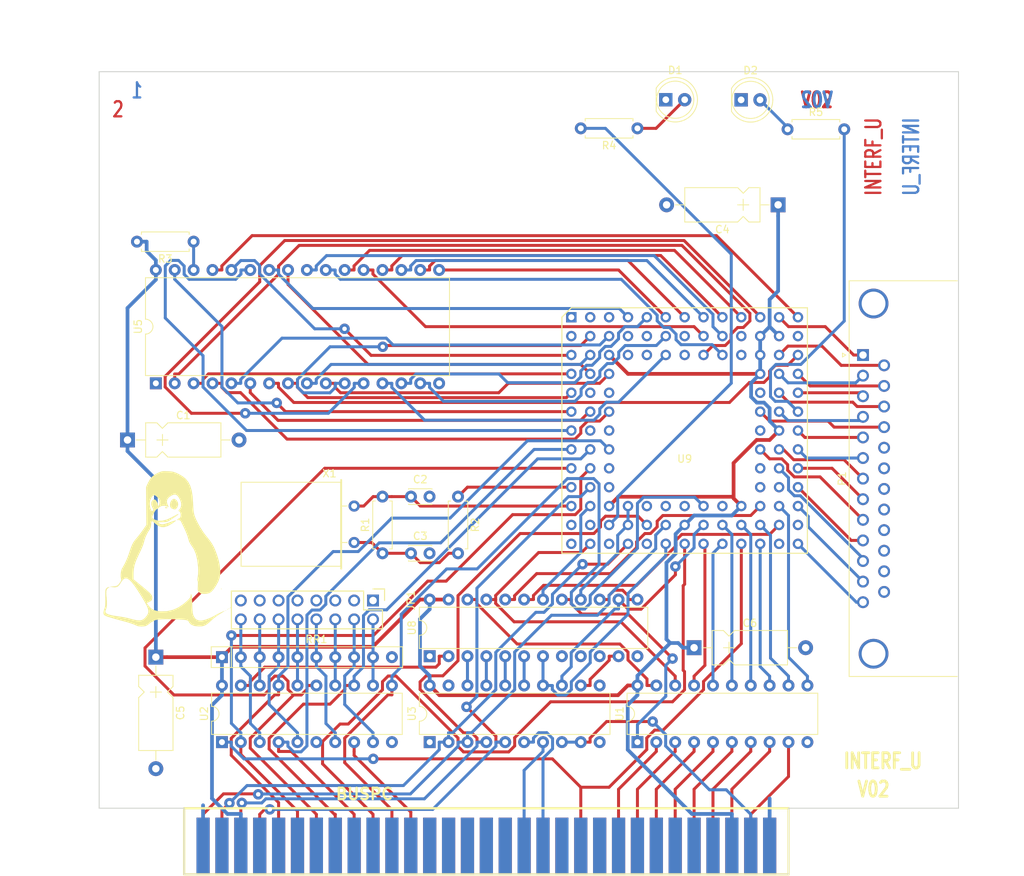
<source format=kicad_pcb>
(kicad_pcb (version 20171130) (host pcbnew 5.1.5-52549c5~84~ubuntu18.04.1)
  (title_block (title Demo) (rev 2.C) (company Kicad))
  (layers (0 top_copper signal) (31 bottom_copper signal) (34 B.Paste user) (35 F.Paste user) (36 B.SilkS user) (37 F.SilkS user) (38 B.Mask user) (39 F.Mask user) (44 Edge.Cuts user))
  (net 0 "")
  (net 1 /8MH-OUT)
  (net 2 /ACK)
  (net 3 /AUTOFD-)
  (net 4 /BIT0)
  (net 5 /BIT1)
  (net 6 /BIT2)
  (net 7 /BIT3)
  (net 8 /BIT4)
  (net 9 /BIT5)
  (net 10 /BIT6)
  (net 11 /BIT7)
  (net 12 /BUST+)
  (net 13 /CLKLCA)
  (net 14 /CS1-)
  (net 15 /D0)
  (net 16 /D1)
  (net 17 /D2)
  (net 18 /D3)
  (net 19 /D4)
  (net 20 /D5)
  (net 21 /D6)
  (net 22 /D7)
  (net 23 /DIR)
  (net 24 /DONE)
  (net 25 /ENBBUF)
  (net 26 /ERROR-)
  (net 27 /INIT-)
  (net 28 /LED1)
  (net 29 /LED2)
  (net 30 /MA0)
  (net 31 /MA1)
  (net 32 /MA10)
  (net 33 /MA11)
  (net 34 /MA12)
  (net 35 /MA13)
  (net 36 /MA14)
  (net 37 /MA15)
  (net 38 /MA16)
  (net 39 /MA2)
  (net 40 /MA3)
  (net 41 /MA4)
  (net 42 /MA5)
  (net 43 /MA6)
  (net 44 /MA7)
  (net 45 /MA8)
  (net 46 /MA9)
  (net 47 /MATCHL)
  (net 48 /MD0)
  (net 49 /MD1)
  (net 50 /MD2)
  (net 51 /MD3)
  (net 52 /MD4)
  (net 53 /MD5)
  (net 54 /MD6)
  (net 55 /MD7)
  (net 56 /OE-)
  (net 57 /PC-A0)
  (net 58 /PC-A1)
  (net 59 /PC-A10)
  (net 60 /PC-A11)
  (net 61 /PC-A2)
  (net 62 /PC-A3)
  (net 63 /PC-A4)
  (net 64 /PC-A5)
  (net 65 /PC-A6)
  (net 66 /PC-A7)
  (net 67 /PC-A8)
  (net 68 /PC-A9)
  (net 69 /PC-AEN)
  (net 70 /PC-DB0)
  (net 71 /PC-DB1)
  (net 72 /PC-DB2)
  (net 73 /PC-DB3)
  (net 74 /PC-DB4)
  (net 75 /PC-DB5)
  (net 76 /PC-DB6)
  (net 77 /PC-DB7)
  (net 78 /PC-IOR)
  (net 79 /PC-IOW)
  (net 80 /PC-RD)
  (net 81 /PC-RST)
  (net 82 /PC-WR)
  (net 83 /PE+)
  (net 84 /PROG-)
  (net 85 /REF10)
  (net 86 /REF11)
  (net 87 /REF4)
  (net 88 /REF5)
  (net 89 /REF6)
  (net 90 /REF7)
  (net 91 /REF8)
  (net 92 /REF9)
  (net 93 /RSTL)
  (net 94 /SEL_LPT)
  (net 95 /SLCT+)
  (net 96 /SLCTIN-)
  (net 97 /STROBE)
  (net 98 /WR-)
  (net 99 /WR_REG)
  (net 100 GND)
  (net 101 VCC)
  (net 102 "Net-(C2-Pad1)")
  (net 103 "Net-(C3-Pad1)")
  (net 104 "Net-(R3-Pad1)")
  (net 105 "Net-(U3-Pad15)")
  (net 106 "Net-(U3-Pad16)")
  (net 107 "Net-(U3-Pad17)")
  (net 108 "Net-(U3-Pad18)")
  (net 109 "Net-(D1-Pad2)")
  (net 110 "Net-(D2-Pad2)")
  (net 111 "Net-(BUS1-Pad4)")
  (net 112 "Net-(BUS1-Pad5)")
  (net 113 "Net-(BUS1-Pad6)")
  (net 114 "Net-(BUS1-Pad7)")
  (net 115 "Net-(BUS1-Pad8)")
  (net 116 "Net-(BUS1-Pad9)")
  (net 117 "Net-(BUS1-Pad10)")
  (net 118 "Net-(BUS1-Pad11)")
  (net 119 "Net-(BUS1-Pad12)")
  (net 120 "Net-(BUS1-Pad15)")
  (net 121 "Net-(BUS1-Pad16)")
  (net 122 "Net-(BUS1-Pad17)")
  (net 123 "Net-(BUS1-Pad18)")
  (net 124 "Net-(BUS1-Pad19)")
  (net 125 "Net-(BUS1-Pad20)")
  (net 126 "Net-(BUS1-Pad21)")
  (net 127 "Net-(BUS1-Pad22)")
  (net 128 "Net-(BUS1-Pad23)")
  (net 129 "Net-(BUS1-Pad24)")
  (net 130 "Net-(BUS1-Pad25)")
  (net 131 "Net-(BUS1-Pad26)")
  (net 132 "Net-(BUS1-Pad27)")
  (net 133 "Net-(BUS1-Pad28)")
  (net 134 "Net-(BUS1-Pad30)")
  (net 135 "Net-(BUS1-Pad32)")
  (net 136 "Net-(BUS1-Pad41)")
  (net 137 "Net-(BUS1-Pad43)")
  (net 138 "Net-(BUS1-Pad44)")
  (net 139 "Net-(BUS1-Pad45)")
  (net 140 "Net-(BUS1-Pad46)")
  (net 141 "Net-(BUS1-Pad47)")
  (net 142 "Net-(BUS1-Pad48)")
  (net 143 "Net-(BUS1-Pad49)")
  (net 144 "Net-(BUS1-Pad50)")
  (net 145 "Net-(RR1-Pad10)")
  (net 146 "Net-(U3-Pad11)")
  (net 147 "Net-(U9-PadN1)")
  (net 148 "Net-(U9-PadN3)")
  (net 149 "Net-(U9-PadM1)")
  (net 150 "Net-(U9-PadM2)")
  (net 151 "Net-(U9-PadJ3)")
  (net 152 "Net-(U9-PadE2)")
  (net 153 "Net-(U9-PadE3)")
  (net 154 "Net-(U9-PadC5)")
  (net 155 "Net-(U9-PadB1)")
  (net 156 "Net-(U9-PadB4)")
  (net 157 "Net-(U9-PadB5)")
  (net 158 "Net-(U9-PadB10)")
  (net 159 "Net-(U9-PadB13)")
  (net 160 "Net-(U9-PadA1)")
  (net 161 "Net-(U9-PadA2)")
  (net 162 "Net-(U9-PadA3)")
  (net 163 "Net-(U9-PadN5)")
  (net 164 "Net-(U9-PadN12)")
  (net 165 "Net-(U9-PadL5)")
  (net 166 "Net-(U9-PadL6)")
  (net 167 "Net-(U9-PadL9)")
  (net 168 "Net-(U9-PadK12)")
  (net 169 "Net-(U9-PadJ11)")
  (net 170 "Net-(U9-PadE11)")
  (net 171 "Net-(U8-Pad8)")
  (net 172 "Net-(U8-Pad9)")
  (net 173 "Net-(U8-Pad10)")
  (module Resistor_THT:R_Axial_DIN0207_L6.3mm_D2.5mm_P7.62mm_Horizontal (layer top_copper) (at 117.475 99.06 90)
    (fp_text reference R1 (at 3.81 -2.31 90) (layer F.SilkS))
    (fp_text value 100K)
    (pad 2 thru_hole oval (at 7.62 0 90) (size 1.6 1.6) (drill 0.8) (layers *.Cu *.Mask) (net 102 "Net-(C2-Pad1)"))
    (pad 1 thru_hole circle (at 0 0 90) (size 1.6 1.6) (drill 0.8) (layers *.Cu *.Mask) (net 103 "Net-(C3-Pad1)"))
  )
  (module Resistor_THT:R_Axial_DIN0207_L6.3mm_D2.5mm_P7.62mm_Horizontal (layer top_copper) (at 127.635 91.44 270)
    (fp_text reference R2 (at 3.81 -2.31 270) (layer F.SilkS))
    (fp_text value 1K)
    (pad 2 thru_hole oval (at 7.62 0 270) (size 1.6 1.6) (drill 0.8) (layers *.Cu *.Mask) (net 103 "Net-(C3-Pad1)"))
    (pad 1 thru_hole circle (at 0 0 270) (size 1.6 1.6) (drill 0.8) (layers *.Cu *.Mask) (net 1 /8MH-OUT))
  )
  (module Resistor_THT:R_Axial_DIN0207_L6.3mm_D2.5mm_P7.62mm_Horizontal (layer top_copper) (at 92.075 57.15 180)
    (fp_text reference R3 (at 3.81 -2.31 180) (layer F.SilkS))
    (fp_text value 10K)
    (pad 2 thru_hole oval (at 7.62 0 180) (size 1.6 1.6) (drill 0.8) (layers *.Cu *.Mask) (net 101 VCC))
    (pad 1 thru_hole circle (at 0 0 180) (size 1.6 1.6) (drill 0.8) (layers *.Cu *.Mask) (net 104 "Net-(R3-Pad1)"))
  )
  (module Resistor_THT:R_Axial_DIN0207_L6.3mm_D2.5mm_P7.62mm_Horizontal (layer top_copper) (at 151.765 41.91 180)
    (fp_text reference R4 (at 3.81 -2.31 180) (layer F.SilkS))
    (fp_text value 330)
    (pad 2 thru_hole oval (at 7.62 0 180) (size 1.6 1.6) (drill 0.8) (layers *.Cu *.Mask) (net 28 /LED1))
    (pad 1 thru_hole circle (at 0 0 180) (size 1.6 1.6) (drill 0.8) (layers *.Cu *.Mask) (net 109 "Net-(D1-Pad2)"))
  )
  (module Resistor_THT:R_Axial_DIN0207_L6.3mm_D2.5mm_P7.62mm_Horizontal (layer top_copper) (at 171.958 42.037)
    (fp_text reference R5 (at 3.81 -2.31) (layer F.SilkS))
    (fp_text value 330)
    (pad 2 thru_hole oval (at 7.62 0) (size 1.6 1.6) (drill 0.8) (layers *.Cu *.Mask) (net 29 /LED2))
    (pad 1 thru_hole circle (at 0 0) (size 1.6 1.6) (drill 0.8) (layers *.Cu *.Mask) (net 110 "Net-(D2-Pad2)"))
  )
  (module interf_u:BUS_PC (layer top_copper) (at 131.445 138.43)
    (fp_text reference BUS1 hide)
    (fp_text value BUSPC (at -16.4 -7) (layer F.SilkS) (effects (font (size 1.524 1.524) (thickness 0.3048))))
    (pad 62 connect rect (at -38.1 0) (size 1.778 7.62) (layers top_copper F.Mask) (net 57 /PC-A0))
    (pad 61 connect rect (at -35.56 0) (size 1.778 7.62) (layers top_copper F.Mask) (net 58 /PC-A1))
    (pad 60 connect rect (at -33.02 0) (size 1.778 7.62) (layers top_copper F.Mask) (net 61 /PC-A2))
    (pad 59 connect rect (at -30.48 0) (size 1.778 7.62) (layers top_copper F.Mask) (net 62 /PC-A3))
    (pad 58 connect rect (at -27.94 0) (size 1.778 7.62) (layers top_copper F.Mask) (net 63 /PC-A4))
    (pad 57 connect rect (at -25.4 0) (size 1.778 7.62) (layers top_copper F.Mask) (net 64 /PC-A5))
    (pad 56 connect rect (at -22.86 0) (size 1.778 7.62) (layers top_copper F.Mask) (net 65 /PC-A6))
    (pad 55 connect rect (at -20.32 0) (size 1.778 7.62) (layers top_copper F.Mask) (net 66 /PC-A7))
    (pad 54 connect rect (at -17.78 0) (size 1.778 7.62) (layers top_copper F.Mask) (net 67 /PC-A8))
    (pad 53 connect rect (at -15.24 0) (size 1.778 7.62) (layers top_copper F.Mask) (net 68 /PC-A9))
    (pad 52 connect rect (at -12.7 0) (size 1.778 7.62) (layers top_copper F.Mask) (net 59 /PC-A10))
    (pad 51 connect rect (at -10.16 0) (size 1.778 7.62) (layers top_copper F.Mask) (net 60 /PC-A11))
    (pad 50 connect rect (at -7.62 0) (size 1.778 7.62) (layers top_copper F.Mask) (net 144 "Net-(BUS1-Pad50)"))
    (pad 49 connect rect (at -5.08 0) (size 1.778 7.62) (layers top_copper F.Mask) (net 143 "Net-(BUS1-Pad49)"))
    (pad 48 connect rect (at -2.54 0) (size 1.778 7.62) (layers top_copper F.Mask) (net 142 "Net-(BUS1-Pad48)"))
    (pad 47 connect rect (at 0 0) (size 1.778 7.62) (layers top_copper F.Mask) (net 141 "Net-(BUS1-Pad47)"))
    (pad 46 connect rect (at 2.54 0) (size 1.778 7.62) (layers top_copper F.Mask) (net 140 "Net-(BUS1-Pad46)"))
    (pad 45 connect rect (at 5.08 0) (size 1.778 7.62) (layers top_copper F.Mask) (net 139 "Net-(BUS1-Pad45)"))
    (pad 44 connect rect (at 7.62 0) (size 1.778 7.62) (layers top_copper F.Mask) (net 138 "Net-(BUS1-Pad44)"))
    (pad 43 connect rect (at 10.16 0) (size 1.778 7.62) (layers top_copper F.Mask) (net 137 "Net-(BUS1-Pad43)"))
    (pad 42 connect rect (at 12.7 0) (size 1.778 7.62) (layers top_copper F.Mask) (net 69 /PC-AEN))
    (pad 41 connect rect (at 15.24 0) (size 1.778 7.62) (layers top_copper F.Mask) (net 136 "Net-(BUS1-Pad41)"))
    (pad 40 connect rect (at 17.78 0) (size 1.778 7.62) (layers top_copper F.Mask) (net 70 /PC-DB0))
    (pad 39 connect rect (at 20.32 0) (size 1.778 7.62) (layers top_copper F.Mask) (net 71 /PC-DB1))
    (pad 38 connect rect (at 22.86 0) (size 1.778 7.62) (layers top_copper F.Mask) (net 72 /PC-DB2))
    (pad 37 connect rect (at 25.4 0) (size 1.778 7.62) (layers top_copper F.Mask) (net 73 /PC-DB3))
    (pad 36 connect rect (at 27.94 0) (size 1.778 7.62) (layers top_copper F.Mask) (net 74 /PC-DB4))
    (pad 35 connect rect (at 30.48 0) (size 1.778 7.62) (layers top_copper F.Mask) (net 75 /PC-DB5))
    (pad 34 connect rect (at 33.02 0) (size 1.778 7.62) (layers top_copper F.Mask) (net 76 /PC-DB6))
    (pad 33 connect rect (at 35.56 0) (size 1.778 7.62) (layers top_copper F.Mask) (net 77 /PC-DB7))
    (pad 32 connect rect (at 38.1 0) (size 1.778 7.62) (layers top_copper F.Mask) (net 135 "Net-(BUS1-Pad32)"))
    (pad 31 connect rect (at -38.1 0) (size 1.778 7.62) (layers bottom_copper B.Mask) (net 100 GND))
    (pad 30 connect rect (at -35.56 0) (size 1.778 7.62) (layers bottom_copper B.Mask) (net 134 "Net-(BUS1-Pad30)"))
    (pad 29 connect rect (at -33.02 0) (size 1.778 7.62) (layers bottom_copper B.Mask) (net 101 VCC))
    (pad 28 connect rect (at -30.48 0) (size 1.778 7.62) (layers bottom_copper B.Mask) (net 133 "Net-(BUS1-Pad28)"))
    (pad 27 connect rect (at -27.94 0) (size 1.778 7.62) (layers bottom_copper B.Mask) (net 132 "Net-(BUS1-Pad27)"))
    (pad 26 connect rect (at -25.4 0) (size 1.778 7.62) (layers bottom_copper B.Mask) (net 131 "Net-(BUS1-Pad26)"))
    (pad 25 connect rect (at -22.86 0) (size 1.778 7.62) (layers bottom_copper B.Mask) (net 130 "Net-(BUS1-Pad25)"))
    (pad 24 connect rect (at -20.32 0) (size 1.778 7.62) (layers bottom_copper B.Mask) (net 129 "Net-(BUS1-Pad24)"))
    (pad 23 connect rect (at -17.78 0) (size 1.778 7.62) (layers bottom_copper B.Mask) (net 128 "Net-(BUS1-Pad23)"))
    (pad 22 connect rect (at -15.24 0) (size 1.778 7.62) (layers bottom_copper B.Mask) (net 127 "Net-(BUS1-Pad22)"))
    (pad 21 connect rect (at -12.7 0) (size 1.778 7.62) (layers bottom_copper B.Mask) (net 126 "Net-(BUS1-Pad21)"))
    (pad 20 connect rect (at -10.16 0) (size 1.778 7.62) (layers bottom_copper B.Mask) (net 125 "Net-(BUS1-Pad20)"))
    (pad 19 connect rect (at -7.62 0) (size 1.778 7.62) (layers bottom_copper B.Mask) (net 124 "Net-(BUS1-Pad19)"))
    (pad 18 connect rect (at -5.08 0) (size 1.778 7.62) (layers bottom_copper B.Mask) (net 123 "Net-(BUS1-Pad18)"))
    (pad 17 connect rect (at -2.54 0) (size 1.778 7.62) (layers bottom_copper B.Mask) (net 122 "Net-(BUS1-Pad17)"))
    (pad 16 connect rect (at 0 0) (size 1.778 7.62) (layers bottom_copper B.Mask) (net 121 "Net-(BUS1-Pad16)"))
    (pad 15 connect rect (at 2.54 0) (size 1.778 7.62) (layers bottom_copper B.Mask) (net 120 "Net-(BUS1-Pad15)"))
    (pad 14 connect rect (at 5.08 0) (size 1.778 7.62) (layers bottom_copper B.Mask) (net 78 /PC-IOR))
    (pad 13 connect rect (at 7.62 0) (size 1.778 7.62) (layers bottom_copper B.Mask) (net 79 /PC-IOW))
    (pad 12 connect rect (at 10.16 0) (size 1.778 7.62) (layers bottom_copper B.Mask) (net 119 "Net-(BUS1-Pad12)"))
    (pad 11 connect rect (at 12.7 0) (size 1.778 7.62) (layers bottom_copper B.Mask) (net 118 "Net-(BUS1-Pad11)"))
    (pad 10 connect rect (at 15.24 0) (size 1.778 7.62) (layers bottom_copper B.Mask) (net 117 "Net-(BUS1-Pad10)"))
    (pad 9 connect rect (at 17.78 0) (size 1.778 7.62) (layers bottom_copper B.Mask) (net 116 "Net-(BUS1-Pad9)"))
    (pad 8 connect rect (at 20.32 0) (size 1.778 7.62) (layers bottom_copper B.Mask) (net 115 "Net-(BUS1-Pad8)"))
    (pad 7 connect rect (at 22.86 0) (size 1.778 7.62) (layers bottom_copper B.Mask) (net 114 "Net-(BUS1-Pad7)"))
    (pad 6 connect rect (at 25.4 0) (size 1.778 7.62) (layers bottom_copper B.Mask) (net 113 "Net-(BUS1-Pad6)"))
    (pad 5 connect rect (at 27.94 0) (size 1.778 7.62) (layers bottom_copper B.Mask) (net 112 "Net-(BUS1-Pad5)"))
    (pad 4 connect rect (at 30.48 0) (size 1.778 7.62) (layers bottom_copper B.Mask) (net 111 "Net-(BUS1-Pad4)"))
    (pad 3 connect rect (at 33.02 0) (size 1.778 7.62) (layers bottom_copper B.Mask) (net 101 VCC))
    (pad 2 connect rect (at 35.56 0) (size 1.778 7.62) (layers bottom_copper B.Mask) (net 81 /PC-RST))
    (pad 1 connect rect (at 38.1 0) (size 1.778 7.62) (layers bottom_copper B.Mask) (net 100 GND))
  )
  (module interf_u:PGA120 (layer top_copper) (at 158.115 82.55 180)
    (fp_text reference U9 (at 0 -3.81 180) (layer F.SilkS))
    (fp_text value 4003APG120)
    (pad N1 thru_hole circle (at 15.24 -15.24 180) (size 1.4 1.4) (drill 0.8) (layers *.Cu *.Mask) (net 147 "Net-(U9-PadN1)"))
    (pad N2 thru_hole circle (at 12.7 -15.24 180) (size 1.4 1.4) (drill 0.8) (layers *.Cu *.Mask) (net 15 /D0))
    (pad N3 thru_hole circle (at 10.16 -15.24 180) (size 1.4 1.4) (drill 0.8) (layers *.Cu *.Mask) (net 148 "Net-(U9-PadN3)"))
    (pad M1 thru_hole circle (at 15.24 -12.7 180) (size 1.4 1.4) (drill 0.8) (layers *.Cu *.Mask) (net 149 "Net-(U9-PadM1)"))
    (pad M2 thru_hole circle (at 12.7 -12.7 180) (size 1.4 1.4) (drill 0.8) (layers *.Cu *.Mask) (net 150 "Net-(U9-PadM2)"))
    (pad M3 thru_hole circle (at 10.16 -12.7 180) (size 1.4 1.4) (drill 0.8) (layers *.Cu *.Mask) (net 28 /LED1))
    (pad L1 thru_hole circle (at 15.24 -10.16 180) (size 1.4 1.4) (drill 0.8) (layers *.Cu *.Mask) (net 102 "Net-(C2-Pad1)"))
    (pad L2 thru_hole circle (at 12.7 -10.16 180) (size 1.4 1.4) (drill 0.8) (layers *.Cu *.Mask) (net 94 /SEL_LPT))
    (pad L3 thru_hole circle (at 10.16 -10.16 180) (size 1.4 1.4) (drill 0.8) (layers *.Cu *.Mask) (net 101 VCC))
    (pad K1 thru_hole circle (at 15.24 -7.62 180) (size 1.4 1.4) (drill 0.8) (layers *.Cu *.Mask) (net 1 /8MH-OUT))
    (pad K2 thru_hole circle (at 12.7 -7.62 180) (size 1.4 1.4) (drill 0.8) (layers *.Cu *.Mask) (net 62 /PC-A3))
    (pad K3 thru_hole circle (at 10.16 -7.62 180) (size 1.4 1.4) (drill 0.8) (layers *.Cu *.Mask) (net 100 GND))
    (pad J1 thru_hole circle (at 15.24 -5.08 180) (size 1.4 1.4) (drill 0.8) (layers *.Cu *.Mask) (net 65 /PC-A6))
    (pad J2 thru_hole circle (at 12.7 -5.08 180) (size 1.4 1.4) (drill 0.8) (layers *.Cu *.Mask) (net 64 /PC-A5))
    (pad J3 thru_hole circle (at 10.16 -5.08 180) (size 1.4 1.4) (drill 0.8) (layers *.Cu *.Mask) (net 151 "Net-(U9-PadJ3)"))
    (pad H1 thru_hole circle (at 15.24 -2.54 180) (size 1.4 1.4) (drill 0.8) (layers *.Cu *.Mask) (net 67 /PC-A8))
    (pad H2 thru_hole circle (at 12.7 -2.54 180) (size 1.4 1.4) (drill 0.8) (layers *.Cu *.Mask) (net 66 /PC-A7))
    (pad H3 thru_hole circle (at 10.16 -2.54 180) (size 1.4 1.4) (drill 0.8) (layers *.Cu *.Mask) (net 63 /PC-A4))
    (pad G1 thru_hole circle (at 15.24 0 180) (size 1.4 1.4) (drill 0.8) (layers *.Cu *.Mask) (net 45 /MA8))
    (pad G2 thru_hole circle (at 12.7 0 180) (size 1.4 1.4) (drill 0.8) (layers *.Cu *.Mask) (net 100 GND))
    (pad G3 thru_hole circle (at 10.16 0 180) (size 1.4 1.4) (drill 0.8) (layers *.Cu *.Mask))
    (pad F1 thru_hole circle (at 15.24 2.54 180) (size 1.4 1.4) (drill 0.8) (layers *.Cu *.Mask) (net 37 /MA15))
    (pad F2 thru_hole circle (at 12.7 2.54 180) (size 1.4 1.4) (drill 0.8) (layers *.Cu *.Mask) (net 43 /MA6))
    (pad F3 thru_hole circle (at 10.16 2.54 180) (size 1.4 1.4) (drill 0.8) (layers *.Cu *.Mask) (net 34 /MA12))
    (pad E1 thru_hole circle (at 15.24 5.08 180) (size 1.4 1.4) (drill 0.8) (layers *.Cu *.Mask) (net 41 /MA4))
    (pad E2 thru_hole circle (at 12.7 5.08 180) (size 1.4 1.4) (drill 0.8) (layers *.Cu *.Mask) (net 152 "Net-(U9-PadE2)"))
    (pad E3 thru_hole circle (at 10.16 5.08 180) (size 1.4 1.4) (drill 0.8) (layers *.Cu *.Mask) (net 153 "Net-(U9-PadE3)"))
    (pad D1 thru_hole circle (at 15.24 7.62 180) (size 1.4 1.4) (drill 0.8) (layers *.Cu *.Mask) (net 36 /MA14))
    (pad D2 thru_hole circle (at 12.7 7.62 180) (size 1.4 1.4) (drill 0.8) (layers *.Cu *.Mask) (net 33 /MA11))
    (pad D3 thru_hole circle (at 10.16 7.62 180) (size 1.4 1.4) (drill 0.8) (layers *.Cu *.Mask) (net 39 /MA2))
    (pad C1 thru_hole circle (at 15.24 10.16 180) (size 1.4 1.4) (drill 0.8) (layers *.Cu *.Mask) (net 35 /MA13))
    (pad C2 thru_hole circle (at 12.7 10.16 180) (size 1.4 1.4) (drill 0.8) (layers *.Cu *.Mask) (net 40 /MA3))
    (pad C3 thru_hole circle (at 10.16 10.16 180) (size 1.4 1.4) (drill 0.8) (layers *.Cu *.Mask) (net 101 VCC))
    (pad C4 thru_hole circle (at 7.62 10.16 180) (size 1.4 1.4) (drill 0.8) (layers *.Cu *.Mask) (net 100 GND))
    (pad C5 thru_hole circle (at 5.08 10.16 180) (size 1.4 1.4) (drill 0.8) (layers *.Cu *.Mask) (net 154 "Net-(U9-PadC5)"))
    (pad C6 thru_hole circle (at 2.54 10.16 180) (size 1.4 1.4) (drill 0.8) (layers *.Cu *.Mask) (net 48 /MD0))
    (pad C7 thru_hole circle (at 0 10.16 180) (size 1.4 1.4) (drill 0.8) (layers *.Cu *.Mask))
    (pad C8 thru_hole circle (at -2.54 10.16 180) (size 1.4 1.4) (drill 0.8) (layers *.Cu *.Mask) (net 38 /MA16))
    (pad C9 thru_hole circle (at -5.08 10.16 180) (size 1.4 1.4) (drill 0.8) (layers *.Cu *.Mask) (net 32 /MA10))
    (pad C10 thru_hole circle (at -7.62 10.16 180) (size 1.4 1.4) (drill 0.8) (layers *.Cu *.Mask) (net 100 GND))
    (pad C11 thru_hole circle (at -10.16 10.16 180) (size 1.4 1.4) (drill 0.8) (layers *.Cu *.Mask) (net 101 VCC))
    (pad C12 thru_hole circle (at -12.7 10.16 180) (size 1.4 1.4) (drill 0.8) (layers *.Cu *.Mask) (net 3 /AUTOFD-))
    (pad C13 thru_hole circle (at -15.24 10.16 180) (size 1.4 1.4) (drill 0.8) (layers *.Cu *.Mask) (net 42 /MA5))
    (pad B1 thru_hole circle (at 15.24 12.7 180) (size 1.4 1.4) (drill 0.8) (layers *.Cu *.Mask) (net 155 "Net-(U9-PadB1)"))
    (pad B2 thru_hole circle (at 12.7 12.7 180) (size 1.4 1.4) (drill 0.8) (layers *.Cu *.Mask) (net 31 /MA1))
    (pad B3 thru_hole circle (at 10.16 12.7 180) (size 1.4 1.4) (drill 0.8) (layers *.Cu *.Mask) (net 44 /MA7))
    (pad B4 thru_hole circle (at 7.62 12.7 180) (size 1.4 1.4) (drill 0.8) (layers *.Cu *.Mask) (net 156 "Net-(U9-PadB4)"))
    (pad B5 thru_hole circle (at 5.08 12.7 180) (size 1.4 1.4) (drill 0.8) (layers *.Cu *.Mask) (net 157 "Net-(U9-PadB5)"))
    (pad B6 thru_hole circle (at 2.54 12.7 180) (size 1.4 1.4) (drill 0.8) (layers *.Cu *.Mask) (net 50 /MD2))
    (pad B7 thru_hole circle (at 0 12.7 180) (size 1.4 1.4) (drill 0.8) (layers *.Cu *.Mask) (net 100 GND))
    (pad B8 thru_hole circle (at -2.54 12.7 180) (size 1.4 1.4) (drill 0.8) (layers *.Cu *.Mask) (net 55 /MD7))
    (pad B9 thru_hole circle (at -5.08 12.7 180) (size 1.4 1.4) (drill 0.8) (layers *.Cu *.Mask) (net 56 /OE-))
    (pad B10 thru_hole circle (at -7.62 12.7 180) (size 1.4 1.4) (drill 0.8) (layers *.Cu *.Mask) (net 158 "Net-(U9-PadB10)"))
    (pad B11 thru_hole circle (at -10.16 12.7 180) (size 1.4 1.4) (drill 0.8) (layers *.Cu *.Mask) (net 101 VCC))
    (pad B12 thru_hole circle (at -12.7 12.7 180) (size 1.4 1.4) (drill 0.8) (layers *.Cu *.Mask) (net 101 VCC))
    (pad B13 thru_hole circle (at -15.24 12.7 180) (size 1.4 1.4) (drill 0.8) (layers *.Cu *.Mask) (net 159 "Net-(U9-PadB13)"))
    (pad A1 thru_hole rect (at 15.24 15.24 180) (size 1.4 1.4) (drill 0.8) (layers *.Cu *.Mask) (net 160 "Net-(U9-PadA1)"))
    (pad A2 thru_hole circle (at 12.7 15.24 180) (size 1.4 1.4) (drill 0.8) (layers *.Cu *.Mask) (net 161 "Net-(U9-PadA2)"))
    (pad A3 thru_hole circle (at 10.16 15.24 180) (size 1.4 1.4) (drill 0.8) (layers *.Cu *.Mask) (net 162 "Net-(U9-PadA3)"))
    (pad A4 thru_hole circle (at 7.62 15.24 180) (size 1.4 1.4) (drill 0.8) (layers *.Cu *.Mask) (net 46 /MA9))
    (pad A5 thru_hole circle (at 5.08 15.24 180) (size 1.4 1.4) (drill 0.8) (layers *.Cu *.Mask) (net 49 /MD1))
    (pad A6 thru_hole circle (at 2.54 15.24 180) (size 1.4 1.4) (drill 0.8) (layers *.Cu *.Mask) (net 51 /MD3))
    (pad A7 thru_hole circle (at 0 15.24 180) (size 1.4 1.4) (drill 0.8) (layers *.Cu *.Mask) (net 52 /MD4))
    (pad A8 thru_hole circle (at -2.54 15.24 180) (size 1.4 1.4) (drill 0.8) (layers *.Cu *.Mask) (net 53 /MD5))
    (pad A9 thru_hole circle (at -5.08 15.24 180) (size 1.4 1.4) (drill 0.8) (layers *.Cu *.Mask) (net 54 /MD6))
    (pad A10 thru_hole circle (at -7.62 15.24 180) (size 1.4 1.4) (drill 0.8) (layers *.Cu *.Mask) (net 14 /CS1-))
    (pad A11 thru_hole circle (at -10.16 15.24 180) (size 1.4 1.4) (drill 0.8) (layers *.Cu *.Mask) (net 30 /MA0))
    (pad A12 thru_hole circle (at -12.7 15.24 180) (size 1.4 1.4) (drill 0.8) (layers *.Cu *.Mask) (net 97 /STROBE))
    (pad A13 thru_hole circle (at -15.24 15.24 180) (size 1.4 1.4) (drill 0.8) (layers *.Cu *.Mask) (net 98 /WR-))
    (pad N4 thru_hole circle (at 7.62 -15.24 180) (size 1.4 1.4) (drill 0.8) (layers *.Cu *.Mask) (net 58 /PC-A1))
    (pad N5 thru_hole circle (at 5.08 -15.24 180) (size 1.4 1.4) (drill 0.8) (layers *.Cu *.Mask) (net 163 "Net-(U9-PadN5)"))
    (pad N6 thru_hole circle (at 2.54 -15.24 180) (size 1.4 1.4) (drill 0.8) (layers *.Cu *.Mask) (net 82 /PC-WR))
    (pad N7 thru_hole circle (at 0 -15.24 180) (size 1.4 1.4) (drill 0.8) (layers *.Cu *.Mask) (net 68 /PC-A9))
    (pad N8 thru_hole circle (at -2.54 -15.24 180) (size 1.4 1.4) (drill 0.8) (layers *.Cu *.Mask) (net 16 /D1))
    (pad N9 thru_hole circle (at -5.08 -15.24 180) (size 1.4 1.4) (drill 0.8) (layers *.Cu *.Mask) (net 17 /D2))
    (pad N10 thru_hole circle (at -7.62 -15.24 180) (size 1.4 1.4) (drill 0.8) (layers *.Cu *.Mask) (net 69 /PC-AEN))
    (pad N11 thru_hole circle (at -10.16 -15.24 180) (size 1.4 1.4) (drill 0.8) (layers *.Cu *.Mask) (net 20 /D5))
    (pad N12 thru_hole circle (at -12.7 -15.24 180) (size 1.4 1.4) (drill 0.8) (layers *.Cu *.Mask) (net 164 "Net-(U9-PadN12)"))
    (pad N13 thru_hole circle (at -15.24 -15.24 180) (size 1.4 1.4) (drill 0.8) (layers *.Cu *.Mask) (net 95 /SLCT+))
    (pad M4 thru_hole circle (at 7.62 -12.7 180) (size 1.4 1.4) (drill 0.8) (layers *.Cu *.Mask) (net 13 /CLKLCA))
    (pad M5 thru_hole circle (at 5.08 -12.7 180) (size 1.4 1.4) (drill 0.8) (layers *.Cu *.Mask) (net 61 /PC-A2))
    (pad M6 thru_hole circle (at 2.54 -12.7 180) (size 1.4 1.4) (drill 0.8) (layers *.Cu *.Mask) (net 57 /PC-A0))
    (pad M7 thru_hole circle (at 0 -12.7 180) (size 1.4 1.4) (drill 0.8) (layers *.Cu *.Mask) (net 101 VCC))
    (pad M8 thru_hole circle (at -2.54 -12.7 180) (size 1.4 1.4) (drill 0.8) (layers *.Cu *.Mask) (net 80 /PC-RD))
    (pad M9 thru_hole circle (at -5.08 -12.7 180) (size 1.4 1.4) (drill 0.8) (layers *.Cu *.Mask) (net 18 /D3))
    (pad M10 thru_hole circle (at -7.62 -12.7 180) (size 1.4 1.4) (drill 0.8) (layers *.Cu *.Mask) (net 19 /D4))
    (pad M11 thru_hole circle (at -10.16 -12.7 180) (size 1.4 1.4) (drill 0.8) (layers *.Cu *.Mask) (net 21 /D6))
    (pad M12 thru_hole circle (at -12.7 -12.7 180) (size 1.4 1.4) (drill 0.8) (layers *.Cu *.Mask) (net 84 /PROG-))
    (pad M13 thru_hole circle (at -15.24 -12.7 180) (size 1.4 1.4) (drill 0.8) (layers *.Cu *.Mask))
    (pad L4 thru_hole circle (at 7.62 -10.16 180) (size 1.4 1.4) (drill 0.8) (layers *.Cu *.Mask) (net 13 /CLKLCA))
    (pad L5 thru_hole circle (at 5.08 -10.16 180) (size 1.4 1.4) (drill 0.8) (layers *.Cu *.Mask) (net 165 "Net-(U9-PadL5)"))
    (pad L6 thru_hole circle (at 2.54 -10.16 180) (size 1.4 1.4) (drill 0.8) (layers *.Cu *.Mask) (net 166 "Net-(U9-PadL6)"))
    (pad L7 thru_hole circle (at 0 -10.16 180) (size 1.4 1.4) (drill 0.8) (layers *.Cu *.Mask) (net 100 GND))
    (pad L8 thru_hole circle (at -2.54 -10.16 180) (size 1.4 1.4) (drill 0.8) (layers *.Cu *.Mask) (net 59 /PC-A10))
    (pad L9 thru_hole circle (at -5.08 -10.16 180) (size 1.4 1.4) (drill 0.8) (layers *.Cu *.Mask) (net 167 "Net-(U9-PadL9)"))
    (pad L10 thru_hole circle (at -7.62 -10.16 180) (size 1.4 1.4) (drill 0.8) (layers *.Cu *.Mask) (net 101 VCC))
    (pad L11 thru_hole circle (at -10.16 -10.16 180) (size 1.4 1.4) (drill 0.8) (layers *.Cu *.Mask) (net 24 /DONE))
    (pad L12 thru_hole circle (at -12.7 -10.16 180) (size 1.4 1.4) (drill 0.8) (layers *.Cu *.Mask) (net 22 /D7))
    (pad L13 thru_hole circle (at -15.24 -10.16 180) (size 1.4 1.4) (drill 0.8) (layers *.Cu *.Mask) (net 83 /PE+))
    (pad K11 thru_hole circle (at -10.16 -7.62 180) (size 1.4 1.4) (drill 0.8) (layers *.Cu *.Mask) (net 100 GND))
    (pad K12 thru_hole circle (at -12.7 -7.62 180) (size 1.4 1.4) (drill 0.8) (layers *.Cu *.Mask) (net 168 "Net-(U9-PadK12)"))
    (pad K13 thru_hole circle (at -15.24 -7.62 180) (size 1.4 1.4) (drill 0.8) (layers *.Cu *.Mask) (net 2 /ACK))
    (pad J11 thru_hole circle (at -10.16 -5.08 180) (size 1.4 1.4) (drill 0.8) (layers *.Cu *.Mask) (net 169 "Net-(U9-PadJ11)"))
    (pad J12 thru_hole circle (at -12.7 -5.08 180) (size 1.4 1.4) (drill 0.8) (layers *.Cu *.Mask) (net 12 /BUST+))
    (pad J13 thru_hole circle (at -15.24 -5.08 180) (size 1.4 1.4) (drill 0.8) (layers *.Cu *.Mask) (net 10 /BIT6))
    (pad H11 thru_hole circle (at -10.16 -2.54 180) (size 1.4 1.4) (drill 0.8) (layers *.Cu *.Mask) (net 11 /BIT7))
    (pad H12 thru_hole circle (at -12.7 -2.54 180) (size 1.4 1.4) (drill 0.8) (layers *.Cu *.Mask) (net 9 /BIT5))
    (pad H13 thru_hole circle (at -15.24 -2.54 180) (size 1.4 1.4) (drill 0.8) (layers *.Cu *.Mask) (net 8 /BIT4))
    (pad G11 thru_hole circle (at -10.16 0 180) (size 1.4 1.4) (drill 0.8) (layers *.Cu *.Mask) (net 100 GND))
    (pad G12 thru_hole circle (at -12.7 0 180) (size 1.4 1.4) (drill 0.8) (layers *.Cu *.Mask) (net 101 VCC))
    (pad G13 thru_hole circle (at -15.24 0 180) (size 1.4 1.4) (drill 0.8) (layers *.Cu *.Mask) (net 7 /BIT3))
    (pad F11 thru_hole circle (at -10.16 2.54 180) (size 1.4 1.4) (drill 0.8) (layers *.Cu *.Mask) (net 96 /SLCTIN-))
    (pad F12 thru_hole circle (at -12.7 2.54 180) (size 1.4 1.4) (drill 0.8) (layers *.Cu *.Mask) (net 6 /BIT2))
    (pad F13 thru_hole circle (at -15.24 2.54 180) (size 1.4 1.4) (drill 0.8) (layers *.Cu *.Mask) (net 29 /LED2))
    (pad E11 thru_hole circle (at -10.16 5.08 180) (size 1.4 1.4) (drill 0.8) (layers *.Cu *.Mask) (net 170 "Net-(U9-PadE11)"))
    (pad E12 thru_hole circle (at -12.7 5.08 180) (size 1.4 1.4) (drill 0.8) (layers *.Cu *.Mask) (net 27 /INIT-))
    (pad E13 thru_hole circle (at -15.24 5.08 180) (size 1.4 1.4) (drill 0.8) (layers *.Cu *.Mask) (net 5 /BIT1))
    (pad D11 thru_hole circle (at -10.16 7.62 180) (size 1.4 1.4) (drill 0.8) (layers *.Cu *.Mask) (net 101 VCC))
    (pad D12 thru_hole circle (at -12.7 7.62 180) (size 1.4 1.4) (drill 0.8) (layers *.Cu *.Mask) (net 4 /BIT0))
    (pad D13 thru_hole circle (at -15.24 7.62 180) (size 1.4 1.4) (drill 0.8) (layers *.Cu *.Mask) (net 26 /ERROR-))
  )
  (module Resistor_THT:R_Array_SIP10 (layer top_copper) (at 95.885 113.03)
    (fp_text reference RR1 (at 12.7 -2.4) (layer F.SilkS))
    (fp_text value 9x1K)
    (pad 1 thru_hole rect (at 0 0) (size 1.6 1.6) (drill 0.8) (layers *.Cu *.Mask) (net 101 VCC))
    (pad 2 thru_hole oval (at 2.54 0) (size 1.6 1.6) (drill 0.8) (layers *.Cu *.Mask) (net 88 /REF5))
    (pad 3 thru_hole oval (at 5.08 0) (size 1.6 1.6) (drill 0.8) (layers *.Cu *.Mask) (net 87 /REF4))
    (pad 4 thru_hole oval (at 7.62 0) (size 1.6 1.6) (drill 0.8) (layers *.Cu *.Mask) (net 91 /REF8))
    (pad 5 thru_hole oval (at 10.16 0) (size 1.6 1.6) (drill 0.8) (layers *.Cu *.Mask) (net 89 /REF6))
    (pad 6 thru_hole oval (at 12.7 0) (size 1.6 1.6) (drill 0.8) (layers *.Cu *.Mask) (net 92 /REF9))
    (pad 7 thru_hole oval (at 15.24 0) (size 1.6 1.6) (drill 0.8) (layers *.Cu *.Mask) (net 90 /REF7))
    (pad 8 thru_hole oval (at 17.78 0) (size 1.6 1.6) (drill 0.8) (layers *.Cu *.Mask) (net 86 /REF11))
    (pad 9 thru_hole oval (at 20.32 0) (size 1.6 1.6) (drill 0.8) (layers *.Cu *.Mask) (net 85 /REF10))
    (pad 10 thru_hole oval (at 22.86 0) (size 1.6 1.6) (drill 0.8) (layers *.Cu *.Mask) (net 145 "Net-(RR1-Pad10)"))
  )
  (module Connector_Dsub:DSUB-25_Female_Horizontal_P2.77x2.84mm_EdgePinOffset9.90mm_Housed_MountingHolesOffset11.32mm (layer top_copper) (at 182.1 72.4 90)
    (fp_text reference P1 (at -16.62 -2.8 90) (layer F.SilkS))
    (fp_text value DB25FEMELLE)
    (pad 1 thru_hole rect (at 0 0 90) (size 1.6 1.6) (drill 1) (layers *.Cu *.Mask) (net 97 /STROBE))
    (pad 2 thru_hole circle (at -2.77 0 90) (size 1.6 1.6) (drill 1) (layers *.Cu *.Mask) (net 4 /BIT0))
    (pad 3 thru_hole circle (at -5.54 0 90) (size 1.6 1.6) (drill 1) (layers *.Cu *.Mask) (net 5 /BIT1))
    (pad 4 thru_hole circle (at -8.31 0 90) (size 1.6 1.6) (drill 1) (layers *.Cu *.Mask) (net 6 /BIT2))
    (pad 5 thru_hole circle (at -11.08 0 90) (size 1.6 1.6) (drill 1) (layers *.Cu *.Mask) (net 7 /BIT3))
    (pad 6 thru_hole circle (at -13.85 0 90) (size 1.6 1.6) (drill 1) (layers *.Cu *.Mask) (net 8 /BIT4))
    (pad 7 thru_hole circle (at -16.62 0 90) (size 1.6 1.6) (drill 1) (layers *.Cu *.Mask) (net 9 /BIT5))
    (pad 8 thru_hole circle (at -19.39 0 90) (size 1.6 1.6) (drill 1) (layers *.Cu *.Mask) (net 10 /BIT6))
    (pad 9 thru_hole circle (at -22.16 0 90) (size 1.6 1.6) (drill 1) (layers *.Cu *.Mask) (net 11 /BIT7))
    (pad 10 thru_hole circle (at -24.93 0 90) (size 1.6 1.6) (drill 1) (layers *.Cu *.Mask) (net 2 /ACK))
    (pad 11 thru_hole circle (at -27.7 0 90) (size 1.6 1.6) (drill 1) (layers *.Cu *.Mask) (net 12 /BUST+))
    (pad 12 thru_hole circle (at -30.47 0 90) (size 1.6 1.6) (drill 1) (layers *.Cu *.Mask) (net 83 /PE+))
    (pad 13 thru_hole circle (at -33.24 0 90) (size 1.6 1.6) (drill 1) (layers *.Cu *.Mask) (net 95 /SLCT+))
    (pad 14 thru_hole circle (at -1.385 2.84 90) (size 1.6 1.6) (drill 1) (layers *.Cu *.Mask) (net 3 /AUTOFD-))
    (pad 15 thru_hole circle (at -4.155 2.84 90) (size 1.6 1.6) (drill 1) (layers *.Cu *.Mask) (net 26 /ERROR-))
    (pad 16 thru_hole circle (at -6.925 2.84 90) (size 1.6 1.6) (drill 1) (layers *.Cu *.Mask) (net 27 /INIT-))
    (pad 17 thru_hole circle (at -9.695 2.84 90) (size 1.6 1.6) (drill 1) (layers *.Cu *.Mask) (net 96 /SLCTIN-))
    (pad 18 thru_hole circle (at -12.465 2.84 90) (size 1.6 1.6) (drill 1) (layers *.Cu *.Mask) (net 100 GND))
    (pad 19 thru_hole circle (at -15.235 2.84 90) (size 1.6 1.6) (drill 1) (layers *.Cu *.Mask) (net 100 GND))
    (pad 20 thru_hole circle (at -18.005 2.84 90) (size 1.6 1.6) (drill 1) (layers *.Cu *.Mask) (net 100 GND))
    (pad 21 thru_hole circle (at -20.775 2.84 90) (size 1.6 1.6) (drill 1) (layers *.Cu *.Mask) (net 100 GND))
    (pad 22 thru_hole circle (at -23.545 2.84 90) (size 1.6 1.6) (drill 1) (layers *.Cu *.Mask) (net 100 GND))
    (pad 23 thru_hole circle (at -26.315 2.84 90) (size 1.6 1.6) (drill 1) (layers *.Cu *.Mask) (net 100 GND))
    (pad 24 thru_hole circle (at -29.085 2.84 90) (size 1.6 1.6) (drill 1) (layers *.Cu *.Mask) (net 100 GND))
    (pad 25 thru_hole circle (at -31.855 2.84 90) (size 1.6 1.6) (drill 1) (layers *.Cu *.Mask) (net 100 GND))
    (pad 0 thru_hole circle (at -40.17 1.42 90) (size 4 4) (drill 3.2) (layers *.Cu *.Mask))
    (pad 0 thru_hole circle (at 6.93 1.42 90) (size 4 4) (drill 3.2) (layers *.Cu *.Mask))
  )
  (module LED_THT:LED_D5.0mm (layer top_copper) (at 165.71 38.08)
    (fp_text reference D2 (at 1.27 -3.96) (layer F.SilkS))
    (fp_text value LED)
    (pad 2 thru_hole circle (at 2.54 0) (size 1.8 1.8) (drill 0.9) (layers *.Cu *.Mask) (net 110 "Net-(D2-Pad2)"))
    (pad 1 thru_hole rect (at 0 0) (size 1.8 1.8) (drill 0.9) (layers *.Cu *.Mask) (net 100 GND))
  )
  (module LED_THT:LED_D5.0mm (layer top_copper) (at 155.58 38.06)
    (fp_text reference D1 (at 1.27 -3.96) (layer F.SilkS))
    (fp_text value LED)
    (pad 1 thru_hole rect (at 0 0) (size 1.8 1.8) (drill 0.9) (layers *.Cu *.Mask) (net 100 GND))
    (pad 2 thru_hole circle (at 2.54 0) (size 1.8 1.8) (drill 0.9) (layers *.Cu *.Mask) (net 109 "Net-(D1-Pad2)"))
  )
  (module LOGO (layer top_copper) (at 88.646 98.425)
    (fp_text reference G1 hide)
    (fp_text value Tux hide)
  )
  (module Crystal:Crystal_HC18-U_Horizontal (layer top_copper) (at 113.665 92.71 270)
    (fp_text reference X1 (at -4.375 3.3125) (layer F.SilkS))
    (fp_text value 8MHz)
    (pad 1 thru_hole circle (at 0 0 270) (size 1.5 1.5) (drill 0.8) (layers *.Cu *.Mask) (net 102 "Net-(C2-Pad1)"))
    (pad 2 thru_hole circle (at 4.9 0 270) (size 1.5 1.5) (drill 0.8) (layers *.Cu *.Mask) (net 103 "Net-(C3-Pad1)"))
  )
  (module Pin_Headers:Pin_Header_Straight_2x08 (layer top_copper) (at 116.205 105.41 270)
    (fp_text reference JP1 (at 0 -5.1 270) (layer F.SilkS))
    (fp_text value CONN_8X2 hide)
    (pad 1 thru_hole rect (at 0 0 270) (size 1.6 1.6) (drill 1) (layers *.Cu *.Mask) (net 100 GND))
    (pad 2 thru_hole circle (at 2.54 0 270) (size 1.6 1.6) (drill 1) (layers *.Cu *.Mask) (net 85 /REF10))
    (pad 3 thru_hole circle (at 0 2.54 270) (size 1.6 1.6) (drill 1) (layers *.Cu *.Mask) (net 100 GND))
    (pad 4 thru_hole circle (at 2.54 2.54 270) (size 1.6 1.6) (drill 1) (layers *.Cu *.Mask) (net 86 /REF11))
    (pad 5 thru_hole circle (at 0 5.08 270) (size 1.6 1.6) (drill 1) (layers *.Cu *.Mask) (net 100 GND))
    (pad 6 thru_hole circle (at 2.54 5.08 270) (size 1.6 1.6) (drill 1) (layers *.Cu *.Mask) (net 90 /REF7))
    (pad 7 thru_hole circle (at 0 7.62 270) (size 1.6 1.6) (drill 1) (layers *.Cu *.Mask) (net 100 GND))
    (pad 8 thru_hole circle (at 2.54 7.62 270) (size 1.6 1.6) (drill 1) (layers *.Cu *.Mask) (net 92 /REF9))
    (pad 9 thru_hole circle (at 0 10.16 270) (size 1.6 1.6) (drill 1) (layers *.Cu *.Mask) (net 100 GND))
    (pad 10 thru_hole circle (at 2.54 10.16 270) (size 1.6 1.6) (drill 1) (layers *.Cu *.Mask) (net 89 /REF6))
    (pad 11 thru_hole circle (at 0 12.7 270) (size 1.6 1.6) (drill 1) (layers *.Cu *.Mask) (net 100 GND))
    (pad 12 thru_hole circle (at 2.54 12.7 270) (size 1.6 1.6) (drill 1) (layers *.Cu *.Mask) (net 91 /REF8))
    (pad 13 thru_hole circle (at 0 15.24 270) (size 1.6 1.6) (drill 1) (layers *.Cu *.Mask) (net 100 GND))
    (pad 14 thru_hole circle (at 2.54 15.24 270) (size 1.6 1.6) (drill 1) (layers *.Cu *.Mask) (net 87 /REF4))
    (pad 15 thru_hole circle (at 0 17.78 270) (size 1.6 1.6) (drill 1) (layers *.Cu *.Mask) (net 100 GND))
    (pad 16 thru_hole circle (at 2.54 17.78 270) (size 1.6 1.6) (drill 1) (layers *.Cu *.Mask) (net 88 /REF5))
  )
  (module Capacitor_THT:CP_Axial_L10.0mm_D4.5mm_P15.00mm_Horizontal (layer top_copper) (at 159.385 111.76)
    (fp_text reference C6 (at 7.5 -3.31) (layer F.SilkS))
    (fp_text value 47uF)
    (pad 1 thru_hole rect (at 0 0) (size 2 2) (drill 1) (layers *.Cu *.Mask) (net 101 VCC))
    (pad 2 thru_hole oval (at 15 0) (size 2 2) (drill 1) (layers *.Cu *.Mask) (net 100 GND))
  )
  (module Capacitor_THT:CP_Axial_L10.0mm_D4.5mm_P15.00mm_Horizontal (layer top_copper) (at 86.995 113.03 270)
    (fp_text reference C5 (at 7.5 -3.31 270) (layer F.SilkS))
    (fp_text value 47uF)
    (pad 1 thru_hole rect (at 0 0 270) (size 2 2) (drill 1) (layers *.Cu *.Mask) (net 101 VCC))
    (pad 2 thru_hole oval (at 15 0 270) (size 2 2) (drill 1) (layers *.Cu *.Mask) (net 100 GND))
  )
  (module Capacitor_THT:CP_Axial_L10.0mm_D4.5mm_P15.00mm_Horizontal (layer top_copper) (at 170.688 52.197 180)
    (fp_text reference C4 (at 7.5 -3.31 180) (layer F.SilkS))
    (fp_text value 47uF)
    (pad 1 thru_hole rect (at 0 0 180) (size 2 2) (drill 1) (layers *.Cu *.Mask) (net 101 VCC))
    (pad 2 thru_hole oval (at 15 0 180) (size 2 2) (drill 1) (layers *.Cu *.Mask) (net 100 GND))
  )
  (module Capacitor_THT:CP_Axial_L10.0mm_D4.5mm_P15.00mm_Horizontal (layer top_copper) (at 83.185 83.82)
    (fp_text reference C1 (at 7.5 -3.31) (layer F.SilkS))
    (fp_text value 47uF)
    (pad 1 thru_hole rect (at 0 0) (size 2 2) (drill 1) (layers *.Cu *.Mask) (net 101 VCC))
    (pad 2 thru_hole oval (at 15 0) (size 2 2) (drill 1) (layers *.Cu *.Mask) (net 100 GND))
  )
  (module Capacitor_THT:C_Disc_D3.0mm_W2.0mm_P2.50mm (layer top_copper) (at 121.305 99.06)
    (fp_text reference C3 (at 1.25 -2.31) (layer F.SilkS))
    (fp_text value 47pF)
    (pad 1 thru_hole circle (at 0 0) (size 1.6 1.6) (drill 0.8) (layers *.Cu *.Mask) (net 103 "Net-(C3-Pad1)"))
    (pad 2 thru_hole circle (at 2.5 0) (size 1.6 1.6) (drill 0.8) (layers *.Cu *.Mask) (net 100 GND))
  )
  (module Capacitor_THT:C_Disc_D3.0mm_W2.0mm_P2.50mm (layer top_copper) (at 121.305 91.44)
    (fp_text reference C2 (at 1.25 -2.31) (layer F.SilkS))
    (fp_text value 47pF)
    (pad 1 thru_hole circle (at 0 0) (size 1.6 1.6) (drill 0.8) (layers *.Cu *.Mask) (net 102 "Net-(C2-Pad1)"))
    (pad 2 thru_hole circle (at 2.5 0) (size 1.6 1.6) (drill 0.8) (layers *.Cu *.Mask) (net 100 GND))
  )
  (module Package_DIP:DIP-20_W7.62mm (layer top_copper) (at 123.825 124.46 90)
    (fp_text reference U3 (at 3.81 -2.39 90) (layer F.SilkS))
    (fp_text value 74LS541)
    (pad 1 thru_hole rect (at 0 0 90) (size 1.6 1.6) (drill 0.8) (layers *.Cu *.Mask) (net 100 GND))
    (pad 11 thru_hole oval (at 7.62 22.86 90) (size 1.6 1.6) (drill 0.8) (layers *.Cu *.Mask) (net 146 "Net-(U3-Pad11)"))
    (pad 2 thru_hole oval (at 0 2.54 90) (size 1.6 1.6) (drill 0.8) (layers *.Cu *.Mask) (net 58 /PC-A1))
    (pad 12 thru_hole oval (at 7.62 20.32 90) (size 1.6 1.6) (drill 0.8) (layers *.Cu *.Mask) (net 93 /RSTL))
    (pad 3 thru_hole oval (at 0 5.08 90) (size 1.6 1.6) (drill 0.8) (layers *.Cu *.Mask) (net 57 /PC-A0))
    (pad 13 thru_hole oval (at 7.62 17.78 90) (size 1.6 1.6) (drill 0.8) (layers *.Cu *.Mask) (net 80 /PC-RD))
    (pad 4 thru_hole oval (at 0 7.62 90) (size 1.6 1.6) (drill 0.8) (layers *.Cu *.Mask) (net 61 /PC-A2))
    (pad 14 thru_hole oval (at 7.62 15.24 90) (size 1.6 1.6) (drill 0.8) (layers *.Cu *.Mask) (net 82 /PC-WR))
    (pad 5 thru_hole oval (at 0 10.16 90) (size 1.6 1.6) (drill 0.8) (layers *.Cu *.Mask) (net 62 /PC-A3))
    (pad 15 thru_hole oval (at 7.62 12.7 90) (size 1.6 1.6) (drill 0.8) (layers *.Cu *.Mask) (net 105 "Net-(U3-Pad15)"))
    (pad 6 thru_hole oval (at 0 12.7 90) (size 1.6 1.6) (drill 0.8) (layers *.Cu *.Mask) (net 79 /PC-IOW))
    (pad 16 thru_hole oval (at 7.62 10.16 90) (size 1.6 1.6) (drill 0.8) (layers *.Cu *.Mask) (net 106 "Net-(U3-Pad16)"))
    (pad 7 thru_hole oval (at 0 15.24 90) (size 1.6 1.6) (drill 0.8) (layers *.Cu *.Mask) (net 78 /PC-IOR))
    (pad 17 thru_hole oval (at 7.62 7.62 90) (size 1.6 1.6) (drill 0.8) (layers *.Cu *.Mask) (net 107 "Net-(U3-Pad17)"))
    (pad 8 thru_hole oval (at 0 17.78 90) (size 1.6 1.6) (drill 0.8) (layers *.Cu *.Mask) (net 81 /PC-RST))
    (pad 18 thru_hole oval (at 7.62 5.08 90) (size 1.6 1.6) (drill 0.8) (layers *.Cu *.Mask) (net 108 "Net-(U3-Pad18)"))
    (pad 9 thru_hole oval (at 0 20.32 90) (size 1.6 1.6) (drill 0.8) (layers *.Cu *.Mask) (net 81 /PC-RST))
    (pad 19 thru_hole oval (at 7.62 2.54 90) (size 1.6 1.6) (drill 0.8) (layers *.Cu *.Mask) (net 100 GND))
    (pad 10 thru_hole oval (at 0 22.86 90) (size 1.6 1.6) (drill 0.8) (layers *.Cu *.Mask) (net 100 GND))
    (pad 20 thru_hole oval (at 7.62 0 90) (size 1.6 1.6) (drill 0.8) (layers *.Cu *.Mask) (net 101 VCC))
  )
  (module Package_DIP:DIP-20_W7.62mm (layer top_copper) (at 95.885 124.46 90)
    (fp_text reference U2 (at 3.81 -2.39 90) (layer F.SilkS))
    (fp_text value 74LS688)
    (pad 1 thru_hole rect (at 0 0 90) (size 1.6 1.6) (drill 0.8) (layers *.Cu *.Mask) (net 69 /PC-AEN))
    (pad 11 thru_hole oval (at 7.62 22.86 90) (size 1.6 1.6) (drill 0.8) (layers *.Cu *.Mask) (net 59 /PC-A10))
    (pad 2 thru_hole oval (at 0 2.54 90) (size 1.6 1.6) (drill 0.8) (layers *.Cu *.Mask) (net 64 /PC-A5))
    (pad 12 thru_hole oval (at 7.62 20.32 90) (size 1.6 1.6) (drill 0.8) (layers *.Cu *.Mask) (net 85 /REF10))
    (pad 3 thru_hole oval (at 0 5.08 90) (size 1.6 1.6) (drill 0.8) (layers *.Cu *.Mask) (net 88 /REF5))
    (pad 13 thru_hole oval (at 7.62 17.78 90) (size 1.6 1.6) (drill 0.8) (layers *.Cu *.Mask) (net 66 /PC-A7))
    (pad 4 thru_hole oval (at 0 7.62 90) (size 1.6 1.6) (drill 0.8) (layers *.Cu *.Mask) (net 67 /PC-A8))
    (pad 14 thru_hole oval (at 7.62 15.24 90) (size 1.6 1.6) (drill 0.8) (layers *.Cu *.Mask) (net 90 /REF7))
    (pad 5 thru_hole oval (at 0 10.16 90) (size 1.6 1.6) (drill 0.8) (layers *.Cu *.Mask) (net 91 /REF8))
    (pad 15 thru_hole oval (at 7.62 12.7 90) (size 1.6 1.6) (drill 0.8) (layers *.Cu *.Mask) (net 65 /PC-A6))
    (pad 6 thru_hole oval (at 0 12.7 90) (size 1.6 1.6) (drill 0.8) (layers *.Cu *.Mask) (net 68 /PC-A9))
    (pad 16 thru_hole oval (at 7.62 10.16 90) (size 1.6 1.6) (drill 0.8) (layers *.Cu *.Mask) (net 89 /REF6))
    (pad 7 thru_hole oval (at 0 15.24 90) (size 1.6 1.6) (drill 0.8) (layers *.Cu *.Mask) (net 92 /REF9))
    (pad 17 thru_hole oval (at 7.62 7.62 90) (size 1.6 1.6) (drill 0.8) (layers *.Cu *.Mask) (net 63 /PC-A4))
    (pad 8 thru_hole oval (at 0 17.78 90) (size 1.6 1.6) (drill 0.8) (layers *.Cu *.Mask) (net 60 /PC-A11))
    (pad 18 thru_hole oval (at 7.62 5.08 90) (size 1.6 1.6) (drill 0.8) (layers *.Cu *.Mask) (net 87 /REF4))
    (pad 9 thru_hole oval (at 0 20.32 90) (size 1.6 1.6) (drill 0.8) (layers *.Cu *.Mask) (net 86 /REF11))
    (pad 19 thru_hole oval (at 7.62 2.54 90) (size 1.6 1.6) (drill 0.8) (layers *.Cu *.Mask) (net 47 /MATCHL))
    (pad 10 thru_hole oval (at 0 22.86 90) (size 1.6 1.6) (drill 0.8) (layers *.Cu *.Mask) (net 100 GND))
    (pad 20 thru_hole oval (at 7.62 0 90) (size 1.6 1.6) (drill 0.8) (layers *.Cu *.Mask) (net 101 VCC))
  )
  (module Package_DIP:DIP-20_W7.62mm (layer top_copper) (at 151.765 124.46 90)
    (fp_text reference U1 (at 3.81 -2.39 90) (layer F.SilkS))
    (fp_text value 74LS245)
    (pad 1 thru_hole rect (at 0 0 90) (size 1.6 1.6) (drill 0.8) (layers *.Cu *.Mask) (net 23 /DIR))
    (pad 11 thru_hole oval (at 7.62 22.86 90) (size 1.6 1.6) (drill 0.8) (layers *.Cu *.Mask) (net 22 /D7))
    (pad 2 thru_hole oval (at 0 2.54 90) (size 1.6 1.6) (drill 0.8) (layers *.Cu *.Mask) (net 70 /PC-DB0))
    (pad 12 thru_hole oval (at 7.62 20.32 90) (size 1.6 1.6) (drill 0.8) (layers *.Cu *.Mask) (net 21 /D6))
    (pad 3 thru_hole oval (at 0 5.08 90) (size 1.6 1.6) (drill 0.8) (layers *.Cu *.Mask) (net 71 /PC-DB1))
    (pad 13 thru_hole oval (at 7.62 17.78 90) (size 1.6 1.6) (drill 0.8) (layers *.Cu *.Mask) (net 20 /D5))
    (pad 4 thru_hole oval (at 0 7.62 90) (size 1.6 1.6) (drill 0.8) (layers *.Cu *.Mask) (net 72 /PC-DB2))
    (pad 14 thru_hole oval (at 7.62 15.24 90) (size 1.6 1.6) (drill 0.8) (layers *.Cu *.Mask) (net 19 /D4))
    (pad 5 thru_hole oval (at 0 10.16 90) (size 1.6 1.6) (drill 0.8) (layers *.Cu *.Mask) (net 73 /PC-DB3))
    (pad 15 thru_hole oval (at 7.62 12.7 90) (size 1.6 1.6) (drill 0.8) (layers *.Cu *.Mask) (net 18 /D3))
    (pad 6 thru_hole oval (at 0 12.7 90) (size 1.6 1.6) (drill 0.8) (layers *.Cu *.Mask) (net 74 /PC-DB4))
    (pad 16 thru_hole oval (at 7.62 10.16 90) (size 1.6 1.6) (drill 0.8) (layers *.Cu *.Mask) (net 17 /D2))
    (pad 7 thru_hole oval (at 0 15.24 90) (size 1.6 1.6) (drill 0.8) (layers *.Cu *.Mask) (net 75 /PC-DB5))
    (pad 17 thru_hole oval (at 7.62 7.62 90) (size 1.6 1.6) (drill 0.8) (layers *.Cu *.Mask) (net 16 /D1))
    (pad 8 thru_hole oval (at 0 17.78 90) (size 1.6 1.6) (drill 0.8) (layers *.Cu *.Mask) (net 76 /PC-DB6))
    (pad 18 thru_hole oval (at 7.62 5.08 90) (size 1.6 1.6) (drill 0.8) (layers *.Cu *.Mask) (net 15 /D0))
    (pad 9 thru_hole oval (at 0 20.32 90) (size 1.6 1.6) (drill 0.8) (layers *.Cu *.Mask) (net 77 /PC-DB7))
    (pad 19 thru_hole oval (at 7.62 2.54 90) (size 1.6 1.6) (drill 0.8) (layers *.Cu *.Mask) (net 25 /ENBBUF))
    (pad 10 thru_hole oval (at 0 22.86 90) (size 1.6 1.6) (drill 0.8) (layers *.Cu *.Mask) (net 100 GND))
    (pad 20 thru_hole oval (at 7.62 0 90) (size 1.6 1.6) (drill 0.8) (layers *.Cu *.Mask) (net 101 VCC))
  )
  (module Package_DIP:DIP-32_W15.24mm (layer top_copper) (at 86.995 76.2 90)
    (fp_text reference U5 (at 7.62 -2.39 90) (layer F.SilkS))
    (fp_text value 628128)
    (pad 32 thru_hole oval (at 15.24 0 90) (size 1.6 1.6) (drill 0.8) (layers *.Cu *.Mask) (net 101 VCC))
    (pad 16 thru_hole oval (at 0 38.1 90) (size 1.6 1.6) (drill 0.8) (layers *.Cu *.Mask) (net 100 GND))
    (pad 31 thru_hole oval (at 15.24 2.54 90) (size 1.6 1.6) (drill 0.8) (layers *.Cu *.Mask) (net 37 /MA15))
    (pad 15 thru_hole oval (at 0 35.56 90) (size 1.6 1.6) (drill 0.8) (layers *.Cu *.Mask) (net 50 /MD2))
    (pad 30 thru_hole oval (at 15.24 5.08 90) (size 1.6 1.6) (drill 0.8) (layers *.Cu *.Mask) (net 104 "Net-(R3-Pad1)"))
    (pad 14 thru_hole oval (at 0 33.02 90) (size 1.6 1.6) (drill 0.8) (layers *.Cu *.Mask) (net 49 /MD1))
    (pad 29 thru_hole oval (at 15.24 7.62 90) (size 1.6 1.6) (drill 0.8) (layers *.Cu *.Mask) (net 98 /WR-))
    (pad 13 thru_hole oval (at 0 30.48 90) (size 1.6 1.6) (drill 0.8) (layers *.Cu *.Mask) (net 48 /MD0))
    (pad 28 thru_hole oval (at 15.24 10.16 90) (size 1.6 1.6) (drill 0.8) (layers *.Cu *.Mask) (net 35 /MA13))
    (pad 12 thru_hole oval (at 0 27.94 90) (size 1.6 1.6) (drill 0.8) (layers *.Cu *.Mask) (net 30 /MA0))
    (pad 27 thru_hole oval (at 15.24 12.7 90) (size 1.6 1.6) (drill 0.8) (layers *.Cu *.Mask) (net 45 /MA8))
    (pad 11 thru_hole oval (at 0 25.4 90) (size 1.6 1.6) (drill 0.8) (layers *.Cu *.Mask) (net 31 /MA1))
    (pad 26 thru_hole oval (at 15.24 15.24 90) (size 1.6 1.6) (drill 0.8) (layers *.Cu *.Mask) (net 46 /MA9))
    (pad 10 thru_hole oval (at 0 22.86 90) (size 1.6 1.6) (drill 0.8) (layers *.Cu *.Mask) (net 39 /MA2))
    (pad 25 thru_hole oval (at 15.24 17.78 90) (size 1.6 1.6) (drill 0.8) (layers *.Cu *.Mask) (net 33 /MA11))
    (pad 9 thru_hole oval (at 0 20.32 90) (size 1.6 1.6) (drill 0.8) (layers *.Cu *.Mask) (net 40 /MA3))
    (pad 24 thru_hole oval (at 15.24 20.32 90) (size 1.6 1.6) (drill 0.8) (layers *.Cu *.Mask) (net 56 /OE-))
    (pad 8 thru_hole oval (at 0 17.78 90) (size 1.6 1.6) (drill 0.8) (layers *.Cu *.Mask) (net 41 /MA4))
    (pad 23 thru_hole oval (at 15.24 22.86 90) (size 1.6 1.6) (drill 0.8) (layers *.Cu *.Mask) (net 32 /MA10))
    (pad 7 thru_hole oval (at 0 15.24 90) (size 1.6 1.6) (drill 0.8) (layers *.Cu *.Mask) (net 42 /MA5))
    (pad 22 thru_hole oval (at 15.24 25.4 90) (size 1.6 1.6) (drill 0.8) (layers *.Cu *.Mask) (net 14 /CS1-))
    (pad 6 thru_hole oval (at 0 12.7 90) (size 1.6 1.6) (drill 0.8) (layers *.Cu *.Mask) (net 43 /MA6))
    (pad 21 thru_hole oval (at 15.24 27.94 90) (size 1.6 1.6) (drill 0.8) (layers *.Cu *.Mask) (net 55 /MD7))
    (pad 5 thru_hole oval (at 0 10.16 90) (size 1.6 1.6) (drill 0.8) (layers *.Cu *.Mask) (net 44 /MA7))
    (pad 20 thru_hole oval (at 15.24 30.48 90) (size 1.6 1.6) (drill 0.8) (layers *.Cu *.Mask) (net 54 /MD6))
    (pad 4 thru_hole oval (at 0 7.62 90) (size 1.6 1.6) (drill 0.8) (layers *.Cu *.Mask) (net 34 /MA12))
    (pad 19 thru_hole oval (at 15.24 33.02 90) (size 1.6 1.6) (drill 0.8) (layers *.Cu *.Mask) (net 53 /MD5))
    (pad 3 thru_hole oval (at 0 5.08 90) (size 1.6 1.6) (drill 0.8) (layers *.Cu *.Mask) (net 36 /MA14))
    (pad 18 thru_hole oval (at 15.24 35.56 90) (size 1.6 1.6) (drill 0.8) (layers *.Cu *.Mask) (net 52 /MD4))
    (pad 2 thru_hole oval (at 0 2.54 90) (size 1.6 1.6) (drill 0.8) (layers *.Cu *.Mask) (net 38 /MA16))
    (pad 17 thru_hole oval (at 15.24 38.1 90) (size 1.6 1.6) (drill 0.8) (layers *.Cu *.Mask) (net 51 /MD3))
    (pad 1 thru_hole rect (at 0 0 90) (size 1.6 1.6) (drill 0.8) (layers *.Cu *.Mask))
  )
  (module Package_DIP:DIP-24_W7.62mm (layer top_copper) (at 123.825 112.903 90)
    (fp_text reference U8 (at 3.81 -2.39 90) (layer F.SilkS))
    (fp_text value EP600)
    (pad 1 thru_hole rect (at 0 0 90) (size 1.6 1.6) (drill 0.8) (layers *.Cu *.Mask) (net 100 GND))
    (pad 13 thru_hole oval (at 7.62 27.94 90) (size 1.6 1.6) (drill 0.8) (layers *.Cu *.Mask) (net 99 /WR_REG))
    (pad 2 thru_hole oval (at 0 2.54 90) (size 1.6 1.6) (drill 0.8) (layers *.Cu *.Mask) (net 47 /MATCHL))
    (pad 14 thru_hole oval (at 7.62 25.4 90) (size 1.6 1.6) (drill 0.8) (layers *.Cu *.Mask) (net 80 /PC-RD))
    (pad 3 thru_hole oval (at 0 5.08 90) (size 1.6 1.6) (drill 0.8) (layers *.Cu *.Mask) (net 108 "Net-(U3-Pad18)"))
    (pad 15 thru_hole oval (at 7.62 22.86 90) (size 1.6 1.6) (drill 0.8) (layers *.Cu *.Mask) (net 99 /WR_REG))
    (pad 4 thru_hole oval (at 0 7.62 90) (size 1.6 1.6) (drill 0.8) (layers *.Cu *.Mask) (net 107 "Net-(U3-Pad17)"))
    (pad 16 thru_hole oval (at 7.62 20.32 90) (size 1.6 1.6) (drill 0.8) (layers *.Cu *.Mask) (net 13 /CLKLCA))
    (pad 5 thru_hole oval (at 0 10.16 90) (size 1.6 1.6) (drill 0.8) (layers *.Cu *.Mask) (net 106 "Net-(U3-Pad16)"))
    (pad 17 thru_hole oval (at 7.62 17.78 90) (size 1.6 1.6) (drill 0.8) (layers *.Cu *.Mask) (net 23 /DIR))
    (pad 6 thru_hole oval (at 0 12.7 90) (size 1.6 1.6) (drill 0.8) (layers *.Cu *.Mask) (net 105 "Net-(U3-Pad15)"))
    (pad 18 thru_hole oval (at 7.62 15.24 90) (size 1.6 1.6) (drill 0.8) (layers *.Cu *.Mask) (net 94 /SEL_LPT))
    (pad 7 thru_hole oval (at 0 15.24 90) (size 1.6 1.6) (drill 0.8) (layers *.Cu *.Mask) (net 82 /PC-WR))
    (pad 19 thru_hole oval (at 7.62 12.7 90) (size 1.6 1.6) (drill 0.8) (layers *.Cu *.Mask) (net 84 /PROG-))
    (pad 8 thru_hole oval (at 0 17.78 90) (size 1.6 1.6) (drill 0.8) (layers *.Cu *.Mask) (net 171 "Net-(U8-Pad8)"))
    (pad 20 thru_hole oval (at 7.62 10.16 90) (size 1.6 1.6) (drill 0.8) (layers *.Cu *.Mask) (net 24 /DONE))
    (pad 9 thru_hole oval (at 0 20.32 90) (size 1.6 1.6) (drill 0.8) (layers *.Cu *.Mask) (net 172 "Net-(U8-Pad9)"))
    (pad 21 thru_hole oval (at 7.62 7.62 90) (size 1.6 1.6) (drill 0.8) (layers *.Cu *.Mask) (net 15 /D0))
    (pad 10 thru_hole oval (at 0 22.86 90) (size 1.6 1.6) (drill 0.8) (layers *.Cu *.Mask) (net 173 "Net-(U8-Pad10)"))
    (pad 22 thru_hole oval (at 7.62 5.08 90) (size 1.6 1.6) (drill 0.8) (layers *.Cu *.Mask) (net 25 /ENBBUF))
    (pad 11 thru_hole oval (at 0 25.4 90) (size 1.6 1.6) (drill 0.8) (layers *.Cu *.Mask) (net 93 /RSTL))
    (pad 23 thru_hole oval (at 7.62 2.54 90) (size 1.6 1.6) (drill 0.8) (layers *.Cu *.Mask) (net 101 VCC))
    (pad 12 thru_hole oval (at 0 27.94 90) (size 1.6 1.6) (drill 0.8) (layers *.Cu *.Mask) (net 100 GND))
    (pad 24 thru_hole oval (at 7.62 0 90) (size 1.6 1.6) (drill 0.8) (layers *.Cu *.Mask) (net 101 VCC))
  )
  (gr_text 1 (at 84.455 36.83) (layer bottom_copper) (effects (font (size 2.032 1.524) (thickness 0.3048)) (justify mirror)))
  (gr_text 2 (at 81.915 39.37) (layer top_copper) (effects (font (size 2.032 1.524) (thickness 0.3048))))
  (gr_text INTERF_U (at 188.595 45.72 90) (layer bottom_copper) (effects (font (size 2.032 1.524) (thickness 0.3048)) (justify mirror)))
  (gr_text INTERF_U (at 183.515 45.72 90) (layer top_copper) (effects (font (size 2.032 1.524) (thickness 0.3048))))
  (gr_text V02 (at 175.895 38.1) (layer bottom_copper) (effects (font (size 2.032 1.524) (thickness 0.381)) (justify mirror)))
  (gr_text V02 (at 175.895 38.1) (layer top_copper) (effects (font (size 2.032 1.524) (thickness 0.381))))
  (gr_text INTERF_U (at 184.785 127) (layer F.SilkS) (effects (font (size 2.032 1.524) (thickness 0.381))))
  (gr_text V02 (at 183.515 130.81) (layer F.SilkS) (effects (font (size 2.032 1.524) (thickness 0.381))))
  (gr_line (start 90.805 133.35) (end 90.805 140.97) (layer Edge.Cuts) (width 0.127))
  (gr_line (start 90.805 140.97) (end 90.805 142.24) (layer Edge.Cuts) (width 0.127))
  (gr_line (start 90.805 142.24) (end 172.085 142.24) (layer Edge.Cuts) (width 0.127))
  (gr_line (start 172.085 142.24) (end 172.085 133.35) (layer Edge.Cuts) (width 0.127))
  (gr_line (start 172.085 133.35) (end 194.945 133.35) (layer Edge.Cuts) (width 0.127))
  (gr_line (start 194.945 133.35) (end 194.945 34.29) (layer Edge.Cuts) (width 0.127))
  (gr_line (start 90.805 133.35) (end 79.375 133.35) (layer Edge.Cuts) (width 0.127))
  (gr_line (start 79.375 133.35) (end 79.375 34.29) (layer Edge.Cuts) (width 0.127))
  (gr_line (start 79.375 34.29) (end 194.945 34.29) (layer Edge.Cuts) (width 0.127))
  (segment (start 142.875 90.17) (end 128.905 90.17) (width 0.4) (layer top_copper) (net 1))
  (segment (start 128.905 90.17) (end 127.635 91.44) (width 0.4) (layer top_copper) (net 1))
  (segment (start 182.1 97.33) (end 180.515 97.33) (width 0.4) (layer top_copper) (net 2))
  (segment (start 180.515 97.33) (end 173.355 90.17) (width 0.4) (layer top_copper) (net 2))
  (segment (start 184.94 73.785) (end 179.1712 73.785) (width 0.4) (layer top_copper) (net 3))
  (segment (start 179.1712 73.785) (end 176.5856 71.1994) (width 0.4) (layer top_copper) (net 3))
  (segment (start 176.5856 71.1994) (end 172.0056 71.1994) (width 0.4) (layer top_copper) (net 3))
  (segment (start 172.0056 71.1994) (end 170.815 72.39) (width 0.4) (layer top_copper) (net 3))
  (segment (start 182.1 75.17) (end 181.1344 76.1356) (width 0.4) (layer bottom_copper) (net 4))
  (segment (start 181.1344 76.1356) (end 172.0206 76.1356) (width 0.4) (layer bottom_copper) (net 4))
  (segment (start 172.0206 76.1356) (end 170.815 74.93) (width 0.4) (layer bottom_copper) (net 4))
  (segment (start 182.1 77.94) (end 181.63 77.47) (width 0.4) (layer top_copper) (net 5))
  (segment (start 181.63 77.47) (end 173.355 77.47) (width 0.4) (layer top_copper) (net 5))
  (segment (start 182.1 80.71) (end 181.6013 81.2087) (width 0.4) (layer bottom_copper) (net 6))
  (segment (start 181.6013 81.2087) (end 172.0137 81.2087) (width 0.4) (layer bottom_copper) (net 6))
  (segment (start 172.0137 81.2087) (end 170.815 80.01) (width 0.4) (layer bottom_copper) (net 6))
  (segment (start 182.1 83.48) (end 174.285 83.48) (width 0.4) (layer top_copper) (net 7))
  (segment (start 174.285 83.48) (end 173.355 82.55) (width 0.4) (layer top_copper) (net 7))
  (segment (start 182.1 86.25) (end 174.515 86.25) (width 0.4) (layer bottom_copper) (net 8))
  (segment (start 174.515 86.25) (end 173.355 85.09) (width 0.4) (layer bottom_copper) (net 8))
  (segment (start 170.815 85.09) (end 171.3861 85.09) (width 0.4) (layer top_copper) (net 9))
  (segment (start 171.3861 85.09) (end 172.7717 86.4756) (width 0.4) (layer top_copper) (net 9))
  (segment (start 172.7717 86.4756) (end 179.5556 86.4756) (width 0.4) (layer top_copper) (net 9))
  (segment (start 179.5556 86.4756) (end 182.1 89.02) (width 0.4) (layer top_copper) (net 9))
  (segment (start 173.355 87.63) (end 177.94 87.63) (width 0.4) (layer top_copper) (net 10))
  (segment (start 177.94 87.63) (end 182.1 91.79) (width 0.4) (layer top_copper) (net 10))
  (segment (start 168.275 85.09) (end 169.545 86.36) (width 0.4) (layer top_copper) (net 11))
  (segment (start 169.545 86.36) (end 171.1898 86.36) (width 0.4) (layer top_copper) (net 11))
  (segment (start 171.1898 86.36) (end 171.9694 87.1396) (width 0.4) (layer top_copper) (net 11))
  (segment (start 171.9694 87.1396) (end 171.9694 87.8891) (width 0.4) (layer top_copper) (net 11))
  (segment (start 171.9694 87.8891) (end 172.8647 88.7844) (width 0.4) (layer top_copper) (net 11))
  (segment (start 172.8647 88.7844) (end 176.3244 88.7844) (width 0.4) (layer top_copper) (net 11))
  (segment (start 176.3244 88.7844) (end 182.1 94.56) (width 0.4) (layer top_copper) (net 11))
  (segment (start 182.1 100.1) (end 182.1 99.7469) (width 0.4) (layer bottom_copper) (net 12))
  (segment (start 182.1 99.7469) (end 173.6775 91.3244) (width 0.4) (layer bottom_copper) (net 12))
  (segment (start 173.6775 91.3244) (end 172.8647 91.3244) (width 0.4) (layer bottom_copper) (net 12))
  (segment (start 172.8647 91.3244) (end 172.085 90.5447) (width 0.4) (layer bottom_copper) (net 12))
  (segment (start 172.085 90.5447) (end 172.085 88.9) (width 0.4) (layer bottom_copper) (net 12))
  (segment (start 172.085 88.9) (end 170.815 87.63) (width 0.4) (layer bottom_copper) (net 12))
  (segment (start 144.145 105.283) (end 144.145 104.0287) (width 0.4) (layer bottom_copper) (net 13))
  (segment (start 144.145 104.0287) (end 149.1094 99.0643) (width 0.4) (layer bottom_copper) (net 13))
  (segment (start 149.1094 99.0643) (end 149.1094 96.6356) (width 0.4) (layer bottom_copper) (net 13))
  (segment (start 149.1094 96.6356) (end 150.495 95.25) (width 0.4) (layer bottom_copper) (net 13))
  (segment (start 150.495 92.71) (end 150.495 95.25) (width 0.4) (layer bottom_copper) (net 13))
  (segment (start 113.6493 60.96) (end 113.6493 60.4112) (width 0.4) (layer top_copper) (net 14))
  (segment (start 113.6493 60.4112) (end 115.7384 58.3221) (width 0.4) (layer top_copper) (net 14))
  (segment (start 115.7384 58.3221) (end 156.7471 58.3221) (width 0.4) (layer top_copper) (net 14))
  (segment (start 156.7471 58.3221) (end 165.735 67.31) (width 0.4) (layer top_copper) (net 14))
  (segment (start 112.395 60.96) (end 113.6493 60.96) (width 0.4) (layer top_copper) (net 14))
  (segment (start 132.6993 105.283) (end 132.6993 105.7996) (width 0.4) (layer top_copper) (net 15))
  (segment (start 132.6993 105.7996) (end 135.175 108.2753) (width 0.4) (layer top_copper) (net 15))
  (segment (start 135.175 108.2753) (end 149.5346 108.2753) (width 0.4) (layer top_copper) (net 15))
  (segment (start 149.5346 108.2753) (end 156.845 115.5857) (width 0.4) (layer top_copper) (net 15))
  (segment (start 156.845 116.84) (end 156.845 115.5857) (width 0.4) (layer top_copper) (net 15))
  (segment (start 131.445 105.283) (end 132.6993 105.283) (width 0.4) (layer top_copper) (net 15))
  (segment (start 132.6993 105.283) (end 132.6993 104.7342) (width 0.4) (layer top_copper) (net 15))
  (segment (start 132.6993 104.7342) (end 138.475 98.9585) (width 0.4) (layer top_copper) (net 15))
  (segment (start 138.475 98.9585) (end 144.2465 98.9585) (width 0.4) (layer top_copper) (net 15))
  (segment (start 144.2465 98.9585) (end 145.415 97.79) (width 0.4) (layer top_copper) (net 15))
  (segment (start 159.385 116.84) (end 159.385 115.5857) (width 0.4) (layer top_copper) (net 16))
  (segment (start 159.385 115.5857) (end 160.8394 114.1313) (width 0.4) (layer top_copper) (net 16))
  (segment (start 160.8394 114.1313) (end 160.8394 97.9744) (width 0.4) (layer top_copper) (net 16))
  (segment (start 160.8394 97.9744) (end 160.655 97.79) (width 0.4) (layer top_copper) (net 16))
  (segment (start 161.925 116.84) (end 161.925 99.06) (width 0.4) (layer bottom_copper) (net 17))
  (segment (start 161.925 99.06) (end 163.195 97.79) (width 0.4) (layer bottom_copper) (net 17))
  (segment (start 164.465 116.84) (end 164.465 96.52) (width 0.4) (layer bottom_copper) (net 18))
  (segment (start 164.465 96.52) (end 163.195 95.25) (width 0.4) (layer bottom_copper) (net 18))
  (segment (start 167.005 116.84) (end 167.005 96.52) (width 0.4) (layer bottom_copper) (net 19))
  (segment (start 167.005 96.52) (end 165.735 95.25) (width 0.4) (layer bottom_copper) (net 19))
  (segment (start 169.545 116.84) (end 169.545 115.5857) (width 0.4) (layer bottom_copper) (net 20))
  (segment (start 168.275 97.79) (end 168.275 114.3157) (width 0.4) (layer bottom_copper) (net 20))
  (segment (start 168.275 114.3157) (end 169.545 115.5857) (width 0.4) (layer bottom_copper) (net 20))
  (segment (start 172.085 116.84) (end 172.085 115.5857) (width 0.4) (layer bottom_copper) (net 21))
  (segment (start 172.085 115.5857) (end 169.6606 113.1613) (width 0.4) (layer bottom_copper) (net 21))
  (segment (start 169.6606 113.1613) (end 169.6606 96.6356) (width 0.4) (layer bottom_copper) (net 21))
  (segment (start 169.6606 96.6356) (end 168.275 95.25) (width 0.4) (layer bottom_copper) (net 21))
  (segment (start 174.625 116.84) (end 174.625 115.5857) (width 0.4) (layer bottom_copper) (net 22))
  (segment (start 174.625 115.5857) (end 172.085 113.0457) (width 0.4) (layer bottom_copper) (net 22))
  (segment (start 172.085 113.0457) (end 172.085 93.98) (width 0.4) (layer bottom_copper) (net 22))
  (segment (start 172.085 93.98) (end 170.815 92.71) (width 0.4) (layer bottom_copper) (net 22))
  (segment (start 156.4894 113.2196) (end 155.575 114.134) (width 0.4) (layer bottom_copper) (net 23))
  (segment (start 155.575 114.134) (end 155.575 118.2945) (width 0.4) (layer bottom_copper) (net 23))
  (segment (start 155.575 118.2945) (end 151.765 122.1045) (width 0.4) (layer bottom_copper) (net 23))
  (segment (start 151.765 122.1045) (end 151.765 123.2057) (width 0.4) (layer bottom_copper) (net 23))
  (segment (start 151.765 124.46) (end 151.765 123.2057) (width 0.4) (layer bottom_copper) (net 23))
  (segment (start 141.605 105.283) (end 142.8593 105.283) (width 0.4) (layer top_copper) (net 23))
  (segment (start 142.8593 105.283) (end 142.8593 105.8318) (width 0.4) (layer top_copper) (net 23))
  (segment (start 142.8593 105.8318) (end 144.2615 107.234) (width 0.4) (layer top_copper) (net 23))
  (segment (start 144.2615 107.234) (end 150.5038 107.234) (width 0.4) (layer top_copper) (net 23))
  (segment (start 150.5038 107.234) (end 156.4894 113.2196) (width 0.4) (layer top_copper) (net 23))
  (via (at 156.4894 113.2196) (size 1.4) (layers top_copper bottom_copper) (net 23))
  (segment (start 168.275 92.71) (end 167.005 93.98) (width 0.4) (layer top_copper) (net 24))
  (segment (start 167.005 93.98) (end 155.1851 93.98) (width 0.4) (layer top_copper) (net 24))
  (segment (start 155.1851 93.98) (end 154.4206 94.7445) (width 0.4) (layer top_copper) (net 24))
  (segment (start 154.4206 94.7445) (end 154.4206 95.5091) (width 0.4) (layer top_copper) (net 24))
  (segment (start 154.4206 95.5091) (end 153.5253 96.4044) (width 0.4) (layer top_copper) (net 24))
  (segment (start 153.5253 96.4044) (end 152.7664 96.4044) (width 0.4) (layer top_copper) (net 24))
  (segment (start 152.7664 96.4044) (end 151.6494 97.5214) (width 0.4) (layer top_copper) (net 24))
  (segment (start 151.6494 97.5214) (end 151.6494 98.2983) (width 0.4) (layer top_copper) (net 24))
  (segment (start 151.6494 98.2983) (end 148.1528 101.7949) (width 0.4) (layer top_copper) (net 24))
  (segment (start 148.1528 101.7949) (end 138.2151 101.7949) (width 0.4) (layer top_copper) (net 24))
  (segment (start 138.2151 101.7949) (end 135.2393 104.7707) (width 0.4) (layer top_copper) (net 24))
  (segment (start 135.2393 104.7707) (end 135.2393 105.283) (width 0.4) (layer top_copper) (net 24))
  (segment (start 133.985 105.283) (end 135.2393 105.283) (width 0.4) (layer top_copper) (net 24))
  (segment (start 154.305 116.84) (end 153.0507 116.84) (width 0.4) (layer top_copper) (net 25))
  (segment (start 128.905 105.283) (end 130.1593 105.283) (width 0.4) (layer top_copper) (net 25))
  (segment (start 130.1593 105.283) (end 130.1593 105.8318) (width 0.4) (layer top_copper) (net 25))
  (segment (start 130.1593 105.8318) (end 135.5921 111.2646) (width 0.4) (layer top_copper) (net 25))
  (segment (start 135.5921 111.2646) (end 149.4057 111.2646) (width 0.4) (layer top_copper) (net 25))
  (segment (start 149.4057 111.2646) (end 150.495 112.3539) (width 0.4) (layer top_copper) (net 25))
  (segment (start 150.495 112.3539) (end 150.495 113.4105) (width 0.4) (layer top_copper) (net 25))
  (segment (start 150.495 113.4105) (end 153.0507 115.9662) (width 0.4) (layer top_copper) (net 25))
  (segment (start 153.0507 115.9662) (end 153.0507 116.84) (width 0.4) (layer top_copper) (net 25))
  (segment (start 184.94 76.555) (end 174.98 76.555) (width 0.4) (layer top_copper) (net 26))
  (segment (start 174.98 76.555) (end 173.355 74.93) (width 0.4) (layer top_copper) (net 26))
  (segment (start 184.94 79.325) (end 181.315 79.325) (width 0.4) (layer top_copper) (net 27))
  (segment (start 181.315 79.325) (end 180.73 78.74) (width 0.4) (layer top_copper) (net 27))
  (segment (start 180.73 78.74) (end 172.085 78.74) (width 0.4) (layer top_copper) (net 27))
  (segment (start 172.085 78.74) (end 170.815 77.47) (width 0.4) (layer top_copper) (net 27))
  (segment (start 147.955 95.25) (end 149.1094 94.0956) (width 0.4) (layer bottom_copper) (net 28))
  (segment (start 149.1094 94.0956) (end 149.1094 91.4633) (width 0.4) (layer bottom_copper) (net 28))
  (segment (start 149.1094 91.4633) (end 164.3847 76.188) (width 0.4) (layer bottom_copper) (net 28))
  (segment (start 164.3847 76.188) (end 164.3847 58.832) (width 0.4) (layer bottom_copper) (net 28))
  (segment (start 164.3847 58.832) (end 147.4627 41.91) (width 0.4) (layer bottom_copper) (net 28))
  (segment (start 147.4627 41.91) (end 144.145 41.91) (width 0.4) (layer bottom_copper) (net 28))
  (segment (start 173.355 80.01) (end 171.9694 78.6244) (width 0.4) (layer bottom_copper) (net 29))
  (segment (start 171.9694 78.6244) (end 170.3026 78.6244) (width 0.4) (layer bottom_copper) (net 29))
  (segment (start 170.3026 78.6244) (end 169.6606 77.9824) (width 0.4) (layer bottom_copper) (net 29))
  (segment (start 169.6606 77.9824) (end 169.6606 74.3961) (width 0.4) (layer bottom_copper) (net 29))
  (segment (start 169.6606 74.3961) (end 170.3967 73.66) (width 0.4) (layer bottom_copper) (net 29))
  (segment (start 170.3967 73.66) (end 173.7425 73.66) (width 0.4) (layer bottom_copper) (net 29))
  (segment (start 173.7425 73.66) (end 179.578 67.8245) (width 0.4) (layer bottom_copper) (net 29))
  (segment (start 179.578 67.8245) (end 179.578 42.037) (width 0.4) (layer bottom_copper) (net 29))
  (segment (start 114.935 76.2) (end 113.6807 76.2) (width 0.4) (layer bottom_copper) (net 30))
  (segment (start 99.0158 80.2315) (end 91.7828 80.2315) (width 0.4) (layer top_copper) (net 30))
  (segment (start 91.7828 80.2315) (end 88.2494 76.6981) (width 0.4) (layer top_copper) (net 30))
  (segment (start 88.2494 76.6981) (end 88.2494 75.2627) (width 0.4) (layer top_copper) (net 30))
  (segment (start 88.2494 75.2627) (end 100.965 62.5471) (width 0.4) (layer top_copper) (net 30))
  (segment (start 100.965 62.5471) (end 100.965 60.3639) (width 0.4) (layer top_copper) (net 30))
  (segment (start 100.965 60.3639) (end 104.3321 56.9968) (width 0.4) (layer top_copper) (net 30))
  (segment (start 104.3321 56.9968) (end 158.0378 56.9968) (width 0.4) (layer top_copper) (net 30))
  (segment (start 158.0378 56.9968) (end 168.275 67.234) (width 0.4) (layer top_copper) (net 30))
  (segment (start 168.275 67.234) (end 168.275 67.31) (width 0.4) (layer top_copper) (net 30))
  (segment (start 113.6807 76.2) (end 113.6807 76.7488) (width 0.4) (layer bottom_copper) (net 30))
  (segment (start 113.6807 76.7488) (end 110.198 80.2315) (width 0.4) (layer bottom_copper) (net 30))
  (segment (start 110.198 80.2315) (end 99.0158 80.2315) (width 0.4) (layer bottom_copper) (net 30))
  (via (at 99.0158 80.2315) (size 1.4) (layers top_copper bottom_copper) (net 30))
  (segment (start 112.395 76.2) (end 111.1407 76.2) (width 0.4) (layer bottom_copper) (net 31))
  (segment (start 117.5126 71.2868) (end 117.6794 71.12) (width 0.4) (layer top_copper) (net 31))
  (segment (start 117.6794 71.12) (end 144.145 71.12) (width 0.4) (layer top_copper) (net 31))
  (segment (start 144.145 71.12) (end 145.415 69.85) (width 0.4) (layer top_copper) (net 31))
  (segment (start 111.1407 76.2) (end 111.1407 76.7488) (width 0.4) (layer bottom_copper) (net 31))
  (segment (start 111.1407 76.7488) (end 110.4092 77.4803) (width 0.4) (layer bottom_copper) (net 31))
  (segment (start 110.4092 77.4803) (end 106.8158 77.4803) (width 0.4) (layer bottom_copper) (net 31))
  (segment (start 106.8158 77.4803) (end 106.045 76.7095) (width 0.4) (layer bottom_copper) (net 31))
  (segment (start 106.045 76.7095) (end 106.045 75.6663) (width 0.4) (layer bottom_copper) (net 31))
  (segment (start 106.045 75.6663) (end 110.4244 71.2869) (width 0.4) (layer bottom_copper) (net 31))
  (segment (start 110.4244 71.2869) (end 117.5126 71.2869) (width 0.4) (layer bottom_copper) (net 31))
  (segment (start 117.5126 71.2869) (end 117.5126 71.2868) (width 0.4) (layer bottom_copper) (net 31))
  (via (at 117.5126 71.2868) (size 1.4) (layers top_copper bottom_copper) (net 31))
  (segment (start 109.855 60.96) (end 111.1093 60.96) (width 0.4) (layer bottom_copper) (net 32))
  (segment (start 111.1093 60.96) (end 111.1093 61.5088) (width 0.4) (layer bottom_copper) (net 32))
  (segment (start 111.1093 61.5088) (end 111.8148 62.2143) (width 0.4) (layer bottom_copper) (net 32))
  (segment (start 111.8148 62.2143) (end 149.5936 62.2143) (width 0.4) (layer bottom_copper) (net 32))
  (segment (start 149.5936 62.2143) (end 154.4206 67.0413) (width 0.4) (layer bottom_copper) (net 32))
  (segment (start 154.4206 67.0413) (end 154.4206 67.8003) (width 0.4) (layer bottom_copper) (net 32))
  (segment (start 154.4206 67.8003) (end 155.3159 68.6956) (width 0.4) (layer bottom_copper) (net 32))
  (segment (start 155.3159 68.6956) (end 156.0653 68.6956) (width 0.4) (layer bottom_copper) (net 32))
  (segment (start 156.0653 68.6956) (end 156.9606 69.5909) (width 0.4) (layer bottom_copper) (net 32))
  (segment (start 156.9606 69.5909) (end 156.9606 70.3403) (width 0.4) (layer bottom_copper) (net 32))
  (segment (start 156.9606 70.3403) (end 157.6247 71.0044) (width 0.4) (layer bottom_copper) (net 32))
  (segment (start 157.6247 71.0044) (end 161.8094 71.0044) (width 0.4) (layer bottom_copper) (net 32))
  (segment (start 161.8094 71.0044) (end 163.195 72.39) (width 0.4) (layer bottom_copper) (net 32))
  (segment (start 104.775 62.2143) (end 104.775 62.906) (width 0.4) (layer top_copper) (net 33))
  (segment (start 104.775 62.906) (end 115.529 73.66) (width 0.4) (layer top_copper) (net 33))
  (segment (start 115.529 73.66) (end 144.145 73.66) (width 0.4) (layer top_copper) (net 33))
  (segment (start 144.145 73.66) (end 145.415 74.93) (width 0.4) (layer top_copper) (net 33))
  (segment (start 104.775 60.96) (end 104.775 62.2143) (width 0.4) (layer top_copper) (net 33))
  (segment (start 94.615 76.2) (end 95.8693 76.2) (width 0.4) (layer top_copper) (net 34))
  (segment (start 95.8693 76.2) (end 95.8693 76.7488) (width 0.4) (layer top_copper) (net 34))
  (segment (start 95.8693 76.7488) (end 96.5748 77.4543) (width 0.4) (layer top_copper) (net 34))
  (segment (start 96.5748 77.4543) (end 98.3848 77.4543) (width 0.4) (layer top_copper) (net 34))
  (segment (start 98.3848 77.4543) (end 104.6349 83.7044) (width 0.4) (layer top_copper) (net 34))
  (segment (start 104.6349 83.7044) (end 143.3653 83.7044) (width 0.4) (layer top_copper) (net 34))
  (segment (start 143.3653 83.7044) (end 144.145 82.9247) (width 0.4) (layer top_copper) (net 34))
  (segment (start 144.145 82.9247) (end 144.145 82.1833) (width 0.4) (layer top_copper) (net 34))
  (segment (start 144.145 82.1833) (end 145.0483 81.28) (width 0.4) (layer top_copper) (net 34))
  (segment (start 145.0483 81.28) (end 146.685 81.28) (width 0.4) (layer top_copper) (net 34))
  (segment (start 146.685 81.28) (end 147.955 80.01) (width 0.4) (layer top_copper) (net 34))
  (segment (start 112.3723 68.871) (end 115.9424 72.4411) (width 0.4) (layer top_copper) (net 35))
  (segment (start 115.9424 72.4411) (end 142.8239 72.4411) (width 0.4) (layer top_copper) (net 35))
  (segment (start 142.8239 72.4411) (end 142.875 72.39) (width 0.4) (layer top_copper) (net 35))
  (segment (start 97.155 60.96) (end 98.4247 59.6903) (width 0.4) (layer bottom_copper) (net 35))
  (segment (start 98.4247 59.6903) (end 100.2714 59.6903) (width 0.4) (layer bottom_copper) (net 35))
  (segment (start 100.2714 59.6903) (end 100.9494 60.3683) (width 0.4) (layer bottom_copper) (net 35))
  (segment (start 100.9494 60.3683) (end 100.9494 61.4634) (width 0.4) (layer bottom_copper) (net 35))
  (segment (start 100.9494 61.4634) (end 108.357 68.871) (width 0.4) (layer bottom_copper) (net 35))
  (segment (start 108.357 68.871) (end 112.3723 68.871) (width 0.4) (layer bottom_copper) (net 35))
  (via (at 112.3723 68.871) (size 1.4) (layers top_copper bottom_copper) (net 35))
  (segment (start 92.075 76.2) (end 93.3293 76.2) (width 0.4) (layer top_copper) (net 36))
  (segment (start 142.875 74.93) (end 94.0795 74.93) (width 0.4) (layer top_copper) (net 36))
  (segment (start 94.0795 74.93) (end 93.3293 75.6802) (width 0.4) (layer top_copper) (net 36))
  (segment (start 93.3293 75.6802) (end 93.3293 76.2) (width 0.4) (layer top_copper) (net 36))
  (segment (start 142.875 80.01) (end 104.4237 80.01) (width 0.4) (layer top_copper) (net 37))
  (segment (start 104.4237 80.01) (end 103.251 78.8373) (width 0.4) (layer top_copper) (net 37))
  (segment (start 89.535 62.2143) (end 95.885 68.5643) (width 0.4) (layer bottom_copper) (net 37))
  (segment (start 95.885 68.5643) (end 95.885 76.7048) (width 0.4) (layer bottom_copper) (net 37))
  (segment (start 95.885 76.7048) (end 98.0175 78.8373) (width 0.4) (layer bottom_copper) (net 37))
  (segment (start 98.0175 78.8373) (end 103.251 78.8373) (width 0.4) (layer bottom_copper) (net 37))
  (segment (start 89.535 60.96) (end 89.535 62.2143) (width 0.4) (layer bottom_copper) (net 37))
  (via (at 103.251 78.8373) (size 1.4) (layers top_copper bottom_copper) (net 37))
  (segment (start 89.535 74.9457) (end 90.0838 74.9457) (width 0.4) (layer top_copper) (net 38))
  (segment (start 90.0838 74.9457) (end 103.505 61.5245) (width 0.4) (layer top_copper) (net 38))
  (segment (start 103.505 61.5245) (end 103.505 60.4158) (width 0.4) (layer top_copper) (net 38))
  (segment (start 103.505 60.4158) (end 106.2696 57.6512) (width 0.4) (layer top_copper) (net 38))
  (segment (start 106.2696 57.6512) (end 157.7467 57.6512) (width 0.4) (layer top_copper) (net 38))
  (segment (start 157.7467 57.6512) (end 166.8894 66.7939) (width 0.4) (layer top_copper) (net 38))
  (segment (start 166.8894 66.7939) (end 166.8894 67.8098) (width 0.4) (layer top_copper) (net 38))
  (segment (start 166.8894 67.8098) (end 166.0036 68.6956) (width 0.4) (layer top_copper) (net 38))
  (segment (start 166.0036 68.6956) (end 165.2447 68.6956) (width 0.4) (layer top_copper) (net 38))
  (segment (start 165.2447 68.6956) (end 164.3494 69.5909) (width 0.4) (layer top_copper) (net 38))
  (segment (start 164.3494 69.5909) (end 164.3494 70.3404) (width 0.4) (layer top_copper) (net 38))
  (segment (start 164.3494 70.3404) (end 163.5698 71.12) (width 0.4) (layer top_copper) (net 38))
  (segment (start 163.5698 71.12) (end 161.925 71.12) (width 0.4) (layer top_copper) (net 38))
  (segment (start 161.925 71.12) (end 160.655 72.39) (width 0.4) (layer top_copper) (net 38))
  (segment (start 89.535 76.2) (end 89.535 74.9457) (width 0.4) (layer top_copper) (net 38))
  (segment (start 109.855 76.2) (end 111.1093 76.2) (width 0.4) (layer top_copper) (net 39))
  (segment (start 111.1093 76.2) (end 111.1093 76.7488) (width 0.4) (layer top_copper) (net 39))
  (segment (start 111.1093 76.7488) (end 111.8304 77.4699) (width 0.4) (layer top_copper) (net 39))
  (segment (start 111.8304 77.4699) (end 133.1156 77.4699) (width 0.4) (layer top_copper) (net 39))
  (segment (start 133.1156 77.4699) (end 134.3855 76.2) (width 0.4) (layer top_copper) (net 39))
  (segment (start 134.3855 76.2) (end 146.685 76.2) (width 0.4) (layer top_copper) (net 39))
  (segment (start 146.685 76.2) (end 147.955 74.93) (width 0.4) (layer top_copper) (net 39))
  (segment (start 145.415 72.39) (end 145.3774 72.39) (width 0.4) (layer bottom_copper) (net 40))
  (segment (start 145.3774 72.39) (end 144.1074 73.66) (width 0.4) (layer bottom_copper) (net 40))
  (segment (start 144.1074 73.66) (end 110.5605 73.66) (width 0.4) (layer bottom_copper) (net 40))
  (segment (start 110.5605 73.66) (end 108.5693 75.6512) (width 0.4) (layer bottom_copper) (net 40))
  (segment (start 108.5693 75.6512) (end 108.5693 76.2) (width 0.4) (layer bottom_copper) (net 40))
  (segment (start 107.315 76.2) (end 108.5693 76.2) (width 0.4) (layer bottom_copper) (net 40))
  (segment (start 106.0293 76.2) (end 106.0293 76.7198) (width 0.4) (layer top_copper) (net 41))
  (segment (start 106.0293 76.7198) (end 107.4338 78.1243) (width 0.4) (layer top_copper) (net 41))
  (segment (start 107.4338 78.1243) (end 142.2207 78.1243) (width 0.4) (layer top_copper) (net 41))
  (segment (start 142.2207 78.1243) (end 142.875 77.47) (width 0.4) (layer top_copper) (net 41))
  (segment (start 104.775 76.2) (end 106.0293 76.2) (width 0.4) (layer top_copper) (net 41))
  (segment (start 103.4893 76.2) (end 103.4893 76.7198) (width 0.4) (layer top_copper) (net 42))
  (segment (start 103.4893 76.7198) (end 105.5481 78.7786) (width 0.4) (layer top_copper) (net 42))
  (segment (start 105.5481 78.7786) (end 164.1426 78.7786) (width 0.4) (layer top_copper) (net 42))
  (segment (start 164.1426 78.7786) (end 166.8368 76.0844) (width 0.4) (layer top_copper) (net 42))
  (segment (start 166.8368 76.0844) (end 168.7805 76.0844) (width 0.4) (layer top_copper) (net 42))
  (segment (start 168.7805 76.0844) (end 169.545 75.3199) (width 0.4) (layer top_copper) (net 42))
  (segment (start 169.545 75.3199) (end 169.545 74.5553) (width 0.4) (layer top_copper) (net 42))
  (segment (start 169.545 74.5553) (end 170.3247 73.7756) (width 0.4) (layer top_copper) (net 42))
  (segment (start 170.3247 73.7756) (end 171.9694 73.7756) (width 0.4) (layer top_copper) (net 42))
  (segment (start 171.9694 73.7756) (end 173.355 72.39) (width 0.4) (layer top_copper) (net 42))
  (segment (start 102.235 76.2) (end 103.4893 76.2) (width 0.4) (layer top_copper) (net 42))
  (segment (start 145.415 80.01) (end 145.2996 80.01) (width 0.4) (layer top_copper) (net 43))
  (segment (start 145.2996 80.01) (end 144.1252 81.1844) (width 0.4) (layer top_copper) (net 43))
  (segment (start 144.1252 81.1844) (end 103.4251 81.1844) (width 0.4) (layer top_copper) (net 43))
  (segment (start 103.4251 81.1844) (end 99.695 77.4543) (width 0.4) (layer top_copper) (net 43))
  (segment (start 99.695 76.2) (end 99.695 77.4543) (width 0.4) (layer top_copper) (net 43))
  (segment (start 147.955 69.85) (end 147.8977 69.85) (width 0.4) (layer bottom_copper) (net 44))
  (segment (start 147.8977 69.85) (end 146.7063 71.0414) (width 0.4) (layer bottom_copper) (net 44))
  (segment (start 146.7063 71.0414) (end 118.8996 71.0414) (width 0.4) (layer bottom_copper) (net 44))
  (segment (start 118.8996 71.0414) (end 117.9907 70.1325) (width 0.4) (layer bottom_copper) (net 44))
  (segment (start 117.9907 70.1325) (end 103.957 70.1325) (width 0.4) (layer bottom_copper) (net 44))
  (segment (start 103.957 70.1325) (end 98.4093 75.6802) (width 0.4) (layer bottom_copper) (net 44))
  (segment (start 98.4093 75.6802) (end 98.4093 76.2) (width 0.4) (layer bottom_copper) (net 44))
  (segment (start 97.155 76.2) (end 98.4093 76.2) (width 0.4) (layer bottom_copper) (net 44))
  (segment (start 99.695 60.96) (end 98.4407 60.96) (width 0.4) (layer bottom_copper) (net 45))
  (segment (start 98.4407 60.96) (end 98.4407 61.5088) (width 0.4) (layer bottom_copper) (net 45))
  (segment (start 98.4407 61.5088) (end 97.7351 62.2144) (width 0.4) (layer bottom_copper) (net 45))
  (segment (start 97.7351 62.2144) (end 91.4752 62.2144) (width 0.4) (layer bottom_copper) (net 45))
  (segment (start 91.4752 62.2144) (end 90.805 61.5442) (width 0.4) (layer bottom_copper) (net 45))
  (segment (start 90.805 61.5442) (end 90.805 60.4259) (width 0.4) (layer bottom_copper) (net 45))
  (segment (start 90.805 60.4259) (end 90.0494 59.6703) (width 0.4) (layer bottom_copper) (net 45))
  (segment (start 90.0494 59.6703) (end 89.0027 59.6703) (width 0.4) (layer bottom_copper) (net 45))
  (segment (start 89.0027 59.6703) (end 88.265 60.408) (width 0.4) (layer bottom_copper) (net 45))
  (segment (start 88.265 60.408) (end 88.265 67.4185) (width 0.4) (layer bottom_copper) (net 45))
  (segment (start 88.265 67.4185) (end 93.345 72.4985) (width 0.4) (layer bottom_copper) (net 45))
  (segment (start 93.345 72.4985) (end 93.345 76.7071) (width 0.4) (layer bottom_copper) (net 45))
  (segment (start 93.345 76.7071) (end 99.1879 82.55) (width 0.4) (layer bottom_copper) (net 45))
  (segment (start 99.1879 82.55) (end 142.875 82.55) (width 0.4) (layer bottom_copper) (net 45))
  (segment (start 102.235 60.96) (end 103.4893 60.96) (width 0.4) (layer bottom_copper) (net 46))
  (segment (start 103.4893 60.96) (end 103.4893 61.5088) (width 0.4) (layer bottom_copper) (net 46))
  (segment (start 103.4893 61.5088) (end 108.1205 66.14) (width 0.4) (layer bottom_copper) (net 46))
  (segment (start 108.1205 66.14) (end 149.325 66.14) (width 0.4) (layer bottom_copper) (net 46))
  (segment (start 149.325 66.14) (end 150.495 67.31) (width 0.4) (layer bottom_copper) (net 46))
  (segment (start 98.425 116.84) (end 99.6793 116.84) (width 0.4) (layer top_copper) (net 47))
  (segment (start 126.365 112.903) (end 125.1107 112.903) (width 0.4) (layer top_copper) (net 47))
  (segment (start 125.1107 112.903) (end 125.1107 113.9221) (width 0.4) (layer top_copper) (net 47))
  (segment (start 125.1107 113.9221) (end 124.6565 114.3763) (width 0.4) (layer top_copper) (net 47))
  (segment (start 124.6565 114.3763) (end 101.6232 114.3763) (width 0.4) (layer top_copper) (net 47))
  (segment (start 101.6232 114.3763) (end 99.6793 116.3202) (width 0.4) (layer top_copper) (net 47))
  (segment (start 99.6793 116.3202) (end 99.6793 116.84) (width 0.4) (layer top_copper) (net 47))
  (segment (start 117.475 76.2) (end 118.7293 76.2) (width 0.4) (layer bottom_copper) (net 48))
  (segment (start 118.7293 76.2) (end 118.7293 76.7488) (width 0.4) (layer bottom_copper) (net 48))
  (segment (start 118.7293 76.7488) (end 123.1449 81.1644) (width 0.4) (layer bottom_copper) (net 48))
  (segment (start 123.1449 81.1644) (end 145.9053 81.1644) (width 0.4) (layer bottom_copper) (net 48))
  (segment (start 145.9053 81.1644) (end 146.7048 80.3649) (width 0.4) (layer bottom_copper) (net 48))
  (segment (start 146.7048 80.3649) (end 146.7048 79.6242) (width 0.4) (layer bottom_copper) (net 48))
  (segment (start 146.7048 79.6242) (end 147.589 78.74) (width 0.4) (layer bottom_copper) (net 48))
  (segment (start 147.589 78.74) (end 149.225 78.74) (width 0.4) (layer bottom_copper) (net 48))
  (segment (start 149.225 78.74) (end 155.575 72.39) (width 0.4) (layer bottom_copper) (net 48))
  (segment (start 120.015 76.2) (end 121.2693 76.2) (width 0.4) (layer bottom_copper) (net 49))
  (segment (start 121.2693 76.2) (end 121.2693 75.6512) (width 0.4) (layer bottom_copper) (net 49))
  (segment (start 121.2693 75.6512) (end 121.9749 74.9456) (width 0.4) (layer bottom_copper) (net 49))
  (segment (start 121.9749 74.9456) (end 133.1311 74.9456) (width 0.4) (layer bottom_copper) (net 49))
  (segment (start 133.1311 74.9456) (end 134.296 76.1105) (width 0.4) (layer bottom_copper) (net 49))
  (segment (start 134.296 76.1105) (end 143.375 76.1105) (width 0.4) (layer bottom_copper) (net 49))
  (segment (start 143.375 76.1105) (end 144.145 75.3405) (width 0.4) (layer bottom_copper) (net 49))
  (segment (start 144.145 75.3405) (end 144.145 74.5476) (width 0.4) (layer bottom_copper) (net 49))
  (segment (start 144.145 74.5476) (end 144.917 73.7756) (width 0.4) (layer bottom_copper) (net 49))
  (segment (start 144.917 73.7756) (end 145.6741 73.7756) (width 0.4) (layer bottom_copper) (net 49))
  (segment (start 145.6741 73.7756) (end 146.685 72.7647) (width 0.4) (layer bottom_copper) (net 49))
  (segment (start 146.685 72.7647) (end 146.685 71.9879) (width 0.4) (layer bottom_copper) (net 49))
  (segment (start 146.685 71.9879) (end 147.4373 71.2356) (width 0.4) (layer bottom_copper) (net 49))
  (segment (start 147.4373 71.2356) (end 148.2141 71.2356) (width 0.4) (layer bottom_copper) (net 49))
  (segment (start 148.2141 71.2356) (end 149.225 70.2247) (width 0.4) (layer bottom_copper) (net 49))
  (segment (start 149.225 70.2247) (end 149.225 69.439) (width 0.4) (layer bottom_copper) (net 49))
  (segment (start 149.225 69.439) (end 150.084 68.58) (width 0.4) (layer bottom_copper) (net 49))
  (segment (start 150.084 68.58) (end 151.765 68.58) (width 0.4) (layer bottom_copper) (net 49))
  (segment (start 151.765 68.58) (end 153.035 67.31) (width 0.4) (layer bottom_copper) (net 49))
  (segment (start 122.555 76.2) (end 123.8093 76.2) (width 0.4) (layer bottom_copper) (net 50))
  (segment (start 123.8093 76.2) (end 123.8093 76.7488) (width 0.4) (layer bottom_copper) (net 50))
  (segment (start 123.8093 76.7488) (end 125.6849 78.6244) (width 0.4) (layer bottom_copper) (net 50))
  (segment (start 125.6849 78.6244) (end 143.3653 78.6244) (width 0.4) (layer bottom_copper) (net 50))
  (segment (start 143.3653 78.6244) (end 144.1888 77.8009) (width 0.4) (layer bottom_copper) (net 50))
  (segment (start 144.1888 77.8009) (end 144.1888 76.9868) (width 0.4) (layer bottom_copper) (net 50))
  (segment (start 144.1888 76.9868) (end 145.0912 76.0844) (width 0.4) (layer bottom_copper) (net 50))
  (segment (start 145.0912 76.0844) (end 145.9053 76.0844) (width 0.4) (layer bottom_copper) (net 50))
  (segment (start 145.9053 76.0844) (end 146.7109 75.2788) (width 0.4) (layer bottom_copper) (net 50))
  (segment (start 146.7109 75.2788) (end 146.7109 74.5408) (width 0.4) (layer bottom_copper) (net 50))
  (segment (start 146.7109 74.5408) (end 147.7073 73.5444) (width 0.4) (layer bottom_copper) (net 50))
  (segment (start 147.7073 73.5444) (end 148.4453 73.5444) (width 0.4) (layer bottom_copper) (net 50))
  (segment (start 148.4453 73.5444) (end 149.2509 72.7388) (width 0.4) (layer bottom_copper) (net 50))
  (segment (start 149.2509 72.7388) (end 149.2509 71.9872) (width 0.4) (layer bottom_copper) (net 50))
  (segment (start 149.2509 71.9872) (end 150.1181 71.12) (width 0.4) (layer bottom_copper) (net 50))
  (segment (start 150.1181 71.12) (end 154.305 71.12) (width 0.4) (layer bottom_copper) (net 50))
  (segment (start 154.305 71.12) (end 155.575 69.85) (width 0.4) (layer bottom_copper) (net 50))
  (segment (start 125.095 60.96) (end 149.225 60.96) (width 0.4) (layer top_copper) (net 51))
  (segment (start 149.225 60.96) (end 155.575 67.31) (width 0.4) (layer top_copper) (net 51))
  (segment (start 122.555 60.96) (end 123.8093 60.96) (width 0.4) (layer top_copper) (net 52))
  (segment (start 158.115 67.31) (end 150.4823 59.6773) (width 0.4) (layer top_copper) (net 52))
  (segment (start 150.4823 59.6773) (end 124.5722 59.6773) (width 0.4) (layer top_copper) (net 52))
  (segment (start 124.5722 59.6773) (end 123.8093 60.4402) (width 0.4) (layer top_copper) (net 52))
  (segment (start 123.8093 60.4402) (end 123.8093 60.96) (width 0.4) (layer top_copper) (net 52))
  (segment (start 120.015 60.96) (end 121.2693 60.96) (width 0.4) (layer bottom_copper) (net 53))
  (segment (start 121.2693 60.96) (end 121.2693 60.4112) (width 0.4) (layer bottom_copper) (net 53))
  (segment (start 121.2693 60.4112) (end 121.9891 59.6914) (width 0.4) (layer bottom_copper) (net 53))
  (segment (start 121.9891 59.6914) (end 153.0364 59.6914) (width 0.4) (layer bottom_copper) (net 53))
  (segment (start 153.0364 59.6914) (end 160.655 67.31) (width 0.4) (layer bottom_copper) (net 53))
  (segment (start 118.7293 60.96) (end 118.7293 60.4112) (width 0.4) (layer top_copper) (net 54))
  (segment (start 118.7293 60.4112) (end 120.1302 59.0103) (width 0.4) (layer top_copper) (net 54))
  (segment (start 120.1302 59.0103) (end 154.8953 59.0103) (width 0.4) (layer top_copper) (net 54))
  (segment (start 154.8953 59.0103) (end 163.195 67.31) (width 0.4) (layer top_copper) (net 54))
  (segment (start 117.475 60.96) (end 118.7293 60.96) (width 0.4) (layer top_copper) (net 54))
  (segment (start 160.655 69.85) (end 159.385 68.58) (width 0.4) (layer top_copper) (net 55))
  (segment (start 159.385 68.58) (end 123.2605 68.58) (width 0.4) (layer top_copper) (net 55))
  (segment (start 123.2605 68.58) (end 116.1893 61.5088) (width 0.4) (layer top_copper) (net 55))
  (segment (start 116.1893 61.5088) (end 116.1893 60.96) (width 0.4) (layer top_copper) (net 55))
  (segment (start 114.935 60.96) (end 116.1893 60.96) (width 0.4) (layer top_copper) (net 55))
  (segment (start 107.315 60.96) (end 108.5693 60.96) (width 0.4) (layer bottom_copper) (net 56))
  (segment (start 108.5693 60.96) (end 108.5693 60.4112) (width 0.4) (layer bottom_copper) (net 56))
  (segment (start 108.5693 60.4112) (end 109.9547 59.0258) (width 0.4) (layer bottom_copper) (net 56))
  (segment (start 109.9547 59.0258) (end 154.0214 59.0258) (width 0.4) (layer bottom_copper) (net 56))
  (segment (start 154.0214 59.0258) (end 161.925 66.9294) (width 0.4) (layer bottom_copper) (net 56))
  (segment (start 161.925 66.9294) (end 161.925 68.58) (width 0.4) (layer bottom_copper) (net 56))
  (segment (start 161.925 68.58) (end 163.195 69.85) (width 0.4) (layer bottom_copper) (net 56))
  (segment (start 100.7601 131.4808) (end 100.8117 131.4292) (width 0.4) (layer bottom_copper) (net 57))
  (segment (start 100.8117 131.4292) (end 121.2303 131.4292) (width 0.4) (layer bottom_copper) (net 57))
  (segment (start 121.2303 131.4292) (end 127.6507 125.0088) (width 0.4) (layer bottom_copper) (net 57))
  (segment (start 127.6507 125.0088) (end 127.6507 124.46) (width 0.4) (layer bottom_copper) (net 57))
  (segment (start 128.905 124.46) (end 128.905 123.2057) (width 0.4) (layer bottom_copper) (net 57))
  (segment (start 128.905 123.2057) (end 129.4538 123.2057) (width 0.4) (layer bottom_copper) (net 57))
  (segment (start 129.4538 123.2057) (end 135.255 117.4045) (width 0.4) (layer bottom_copper) (net 57))
  (segment (start 135.255 117.4045) (end 135.255 112.3428) (width 0.4) (layer bottom_copper) (net 57))
  (segment (start 135.255 112.3428) (end 140.2005 107.3973) (width 0.4) (layer bottom_copper) (net 57))
  (segment (start 140.2005 107.3973) (end 146.3817 107.3973) (width 0.4) (layer bottom_copper) (net 57))
  (segment (start 146.3817 107.3973) (end 147.955 105.824) (width 0.4) (layer bottom_copper) (net 57))
  (segment (start 147.955 105.824) (end 147.955 104.7162) (width 0.4) (layer bottom_copper) (net 57))
  (segment (start 147.955 104.7162) (end 154.2232 98.448) (width 0.4) (layer bottom_copper) (net 57))
  (segment (start 154.2232 98.448) (end 154.2232 96.6018) (width 0.4) (layer bottom_copper) (net 57))
  (segment (start 154.2232 96.6018) (end 155.575 95.25) (width 0.4) (layer bottom_copper) (net 57))
  (segment (start 128.905 124.46) (end 128.7583 124.46) (width 0.4) (layer bottom_copper) (net 57))
  (segment (start 93.345 138.43) (end 93.345 134.1657) (width 0.4) (layer top_copper) (net 57))
  (segment (start 128.7583 124.46) (end 128.3181 124.46) (width 0.4) (layer bottom_copper) (net 57))
  (segment (start 128.2779 124.46) (end 127.6507 124.46) (width 0.4) (layer bottom_copper) (net 57))
  (segment (start 128.2779 124.46) (end 128.3181 124.46) (width 0.4) (layer bottom_copper) (net 57))
  (segment (start 93.345 134.1657) (end 96.0976 131.4131) (width 0.4) (layer top_copper) (net 57))
  (segment (start 96.0976 131.4131) (end 100.6924 131.4131) (width 0.4) (layer top_copper) (net 57))
  (segment (start 100.6924 131.4131) (end 100.7601 131.4808) (width 0.4) (layer top_copper) (net 57))
  (via (at 100.7601 131.4808) (size 1.4) (layers top_copper bottom_copper) (net 57))
  (segment (start 96.8933 132.6617) (end 99.2546 130.3004) (width 0.4) (layer bottom_copper) (net 58))
  (segment (start 99.2546 130.3004) (end 120.2894 130.3004) (width 0.4) (layer bottom_copper) (net 58))
  (segment (start 120.2894 130.3004) (end 125.1107 125.4791) (width 0.4) (layer bottom_copper) (net 58))
  (segment (start 125.1107 125.4791) (end 125.1107 124.46) (width 0.4) (layer bottom_copper) (net 58))
  (segment (start 126.365 124.46) (end 125.1107 124.46) (width 0.4) (layer bottom_copper) (net 58))
  (segment (start 96.8933 132.6617) (end 95.885 133.67) (width 0.4) (layer top_copper) (net 58))
  (segment (start 95.885 133.67) (end 95.885 138.43) (width 0.4) (layer top_copper) (net 58))
  (segment (start 126.365 123.8328) (end 126.365 124.46) (width 0.4) (layer bottom_copper) (net 58))
  (segment (start 126.365 123.8328) (end 126.365 123.2057) (width 0.4) (layer bottom_copper) (net 58))
  (segment (start 126.365 123.2057) (end 126.9159 123.2057) (width 0.4) (layer bottom_copper) (net 58))
  (segment (start 126.9159 123.2057) (end 132.715 117.4066) (width 0.4) (layer bottom_copper) (net 58))
  (segment (start 132.715 117.4066) (end 132.715 112.3802) (width 0.4) (layer bottom_copper) (net 58))
  (segment (start 132.715 112.3802) (end 138.0934 107.0018) (width 0.4) (layer bottom_copper) (net 58))
  (segment (start 138.0934 107.0018) (end 139.2005 107.0018) (width 0.4) (layer bottom_copper) (net 58))
  (segment (start 139.2005 107.0018) (end 140.335 105.8673) (width 0.4) (layer bottom_copper) (net 58))
  (segment (start 140.335 105.8673) (end 140.335 104.574) (width 0.4) (layer bottom_copper) (net 58))
  (segment (start 140.335 104.574) (end 144.382 100.527) (width 0.4) (layer bottom_copper) (net 58))
  (segment (start 150.495 97.79) (end 147.7581 100.5269) (width 0.4) (layer top_copper) (net 58))
  (segment (start 147.7581 100.5269) (end 144.382 100.5269) (width 0.4) (layer top_copper) (net 58))
  (segment (start 144.382 100.5269) (end 144.382 100.527) (width 0.4) (layer top_copper) (net 58))
  (via (at 96.8933 132.6617) (size 1.4) (layers top_copper bottom_copper) (net 58))
  (via (at 144.382 100.527) (size 1.4) (layers top_copper bottom_copper) (net 58))
  (segment (start 118.745 116.84) (end 118.745 115.5857) (width 0.4) (layer bottom_copper) (net 59))
  (segment (start 118.745 115.5857) (end 119.9993 114.3314) (width 0.4) (layer bottom_copper) (net 59))
  (segment (start 119.9993 114.3314) (end 119.9993 107.2718) (width 0.4) (layer bottom_copper) (net 59))
  (segment (start 119.9993 107.2718) (end 126.1063 101.1648) (width 0.4) (layer bottom_copper) (net 59))
  (segment (start 126.1063 101.1648) (end 130.2025 101.1648) (width 0.4) (layer bottom_copper) (net 59))
  (segment (start 130.2025 101.1648) (end 142.3517 89.0156) (width 0.4) (layer bottom_copper) (net 59))
  (segment (start 142.3517 89.0156) (end 145.8936 89.0156) (width 0.4) (layer bottom_copper) (net 59))
  (segment (start 145.8936 89.0156) (end 146.6045 89.7265) (width 0.4) (layer bottom_copper) (net 59))
  (segment (start 146.6045 89.7265) (end 146.6045 100.5684) (width 0.4) (layer bottom_copper) (net 59))
  (segment (start 146.6045 100.5684) (end 142.875 104.2979) (width 0.4) (layer bottom_copper) (net 59))
  (segment (start 142.875 104.2979) (end 142.875 105.8367) (width 0.4) (layer bottom_copper) (net 59))
  (segment (start 142.875 105.8367) (end 143.5986 106.5603) (width 0.4) (layer bottom_copper) (net 59))
  (segment (start 143.5986 106.5603) (end 144.6543 106.5603) (width 0.4) (layer bottom_copper) (net 59))
  (segment (start 144.6543 106.5603) (end 145.415 105.7996) (width 0.4) (layer bottom_copper) (net 59))
  (segment (start 145.415 105.7996) (end 145.415 104.7312) (width 0.4) (layer bottom_copper) (net 59))
  (segment (start 145.415 104.7312) (end 151.765 98.3812) (width 0.4) (layer bottom_copper) (net 59))
  (segment (start 151.765 98.3812) (end 151.765 92.3385) (width 0.4) (layer bottom_copper) (net 59))
  (segment (start 151.765 92.3385) (end 152.5783 91.5252) (width 0.4) (layer bottom_copper) (net 59))
  (segment (start 152.5783 91.5252) (end 159.4702 91.5252) (width 0.4) (layer bottom_copper) (net 59))
  (segment (start 159.4702 91.5252) (end 160.655 92.71) (width 0.4) (layer bottom_copper) (net 59))
  (segment (start 118.745 116.84) (end 118.745 118.0943) (width 0.4) (layer top_copper) (net 59))
  (segment (start 118.745 118.0943) (end 118.2161 118.0943) (width 0.4) (layer top_copper) (net 59))
  (segment (start 118.2161 118.0943) (end 112.3951 123.9153) (width 0.4) (layer top_copper) (net 59))
  (segment (start 112.3951 123.9153) (end 112.3951 127.2239) (width 0.4) (layer top_copper) (net 59))
  (segment (start 112.3951 127.2239) (end 118.745 133.5738) (width 0.4) (layer top_copper) (net 59))
  (segment (start 118.745 133.5738) (end 118.745 138.43) (width 0.4) (layer top_copper) (net 59))
  (segment (start 113.665 125.7143) (end 113.665 126.2429) (width 0.4) (layer top_copper) (net 60))
  (segment (start 113.665 126.2429) (end 121.285 133.8629) (width 0.4) (layer top_copper) (net 60))
  (segment (start 121.285 133.8629) (end 121.285 138.43) (width 0.4) (layer top_copper) (net 60))
  (segment (start 113.665 124.46) (end 113.665 125.7143) (width 0.4) (layer top_copper) (net 60))
  (segment (start 98.5587 132.6327) (end 98.5611 132.6351) (width 0.4) (layer bottom_copper) (net 61))
  (segment (start 98.5611 132.6351) (end 101.2382 132.6351) (width 0.4) (layer bottom_copper) (net 61))
  (segment (start 101.2382 132.6351) (end 101.7898 132.0835) (width 0.4) (layer bottom_copper) (net 61))
  (segment (start 101.7898 132.0835) (end 123.116 132.0835) (width 0.4) (layer bottom_copper) (net 61))
  (segment (start 123.116 132.0835) (end 130.1907 125.0088) (width 0.4) (layer bottom_copper) (net 61))
  (segment (start 130.1907 125.0088) (end 130.1907 124.46) (width 0.4) (layer bottom_copper) (net 61))
  (segment (start 131.445 124.46) (end 130.1907 124.46) (width 0.4) (layer top_copper) (net 61))
  (segment (start 130.1907 124.46) (end 130.1907 123.9112) (width 0.4) (layer top_copper) (net 61))
  (segment (start 130.1907 123.9112) (end 129.4852 123.2057) (width 0.4) (layer top_copper) (net 61))
  (segment (start 129.4852 123.2057) (end 128.3695 123.2057) (width 0.4) (layer top_copper) (net 61))
  (segment (start 128.3695 123.2057) (end 122.5377 117.3739) (width 0.4) (layer top_copper) (net 61))
  (segment (start 122.5377 117.3739) (end 122.5377 116.3501) (width 0.4) (layer top_copper) (net 61))
  (segment (start 122.5377 116.3501) (end 123.3483 115.5395) (width 0.4) (layer top_copper) (net 61))
  (segment (start 123.3483 115.5395) (end 125.6002 115.5395) (width 0.4) (layer top_copper) (net 61))
  (segment (start 125.6002 115.5395) (end 127.635 113.5047) (width 0.4) (layer top_copper) (net 61))
  (segment (start 127.635 113.5047) (end 127.635 104.7567) (width 0.4) (layer top_copper) (net 61))
  (segment (start 127.635 104.7567) (end 135.9873 96.4044) (width 0.4) (layer top_copper) (net 61))
  (segment (start 135.9873 96.4044) (end 145.9053 96.4044) (width 0.4) (layer top_copper) (net 61))
  (segment (start 145.9053 96.4044) (end 146.8006 95.5091) (width 0.4) (layer top_copper) (net 61))
  (segment (start 146.8006 95.5091) (end 146.8006 94.7445) (width 0.4) (layer top_copper) (net 61))
  (segment (start 146.8006 94.7445) (end 147.4695 94.0756) (width 0.4) (layer top_copper) (net 61))
  (segment (start 147.4695 94.0756) (end 151.8606 94.0756) (width 0.4) (layer top_copper) (net 61))
  (segment (start 151.8606 94.0756) (end 153.035 95.25) (width 0.4) (layer top_copper) (net 61))
  (segment (start 131.445 124.46) (end 130.1907 124.46) (width 0.4) (layer bottom_copper) (net 61))
  (segment (start 98.5587 132.6327) (end 98.425 132.7664) (width 0.4) (layer top_copper) (net 61))
  (segment (start 98.425 132.7664) (end 98.425 138.43) (width 0.4) (layer top_copper) (net 61))
  (via (at 98.5587 132.6327) (size 1.4) (layers top_copper bottom_copper) (net 61))
  (segment (start 133.985 124.46) (end 132.7307 124.46) (width 0.4) (layer top_copper) (net 62))
  (segment (start 128.7747 119.7145) (end 130.175 118.3142) (width 0.4) (layer bottom_copper) (net 62))
  (segment (start 130.175 118.3142) (end 130.175 103.7519) (width 0.4) (layer bottom_copper) (net 62))
  (segment (start 130.175 103.7519) (end 142.4869 91.44) (width 0.4) (layer bottom_copper) (net 62))
  (segment (start 142.4869 91.44) (end 144.145 91.44) (width 0.4) (layer bottom_copper) (net 62))
  (segment (start 144.145 91.44) (end 145.415 90.17) (width 0.4) (layer bottom_copper) (net 62))
  (segment (start 132.7307 124.46) (end 132.7307 123.6705) (width 0.4) (layer top_copper) (net 62))
  (segment (start 132.7307 123.6705) (end 128.7747 119.7145) (width 0.4) (layer top_copper) (net 62))
  (segment (start 100.965 134.1657) (end 101.6243 133.5064) (width 0.4) (layer top_copper) (net 62))
  (segment (start 101.6243 133.5064) (end 102.3186 133.5064) (width 0.4) (layer top_copper) (net 62))
  (segment (start 132.7307 124.46) (end 132.7307 125.0088) (width 0.4) (layer bottom_copper) (net 62))
  (segment (start 132.7307 125.0088) (end 124.2331 133.5064) (width 0.4) (layer bottom_copper) (net 62))
  (segment (start 124.2331 133.5064) (end 102.3186 133.5064) (width 0.4) (layer bottom_copper) (net 62))
  (segment (start 133.985 124.46) (end 132.7307 124.46) (width 0.4) (layer bottom_copper) (net 62))
  (segment (start 100.965 138.43) (end 100.965 134.1657) (width 0.4) (layer top_copper) (net 62))
  (via (at 128.7747 119.7145) (size 1.4) (layers top_copper bottom_copper) (net 62))
  (via (at 102.3186 133.5064) (size 1.4) (layers top_copper bottom_copper) (net 62))
  (segment (start 103.505 116.84) (end 103.505 115.5857) (width 0.4) (layer bottom_copper) (net 63))
  (segment (start 103.505 115.5857) (end 104.7593 114.3314) (width 0.4) (layer bottom_copper) (net 63))
  (segment (start 104.7593 114.3314) (end 104.7593 104.9105) (width 0.4) (layer bottom_copper) (net 63))
  (segment (start 104.7593 104.9105) (end 110.8395 98.8303) (width 0.4) (layer bottom_copper) (net 63))
  (segment (start 110.8395 98.8303) (end 114.2125 98.8303) (width 0.4) (layer bottom_copper) (net 63))
  (segment (start 114.2125 98.8303) (end 118.7132 94.3296) (width 0.4) (layer bottom_copper) (net 63))
  (segment (start 118.7132 94.3296) (end 126.571 94.3296) (width 0.4) (layer bottom_copper) (net 63))
  (segment (start 126.571 94.3296) (end 136.971 83.9296) (width 0.4) (layer bottom_copper) (net 63))
  (segment (start 136.971 83.9296) (end 146.7946 83.9296) (width 0.4) (layer bottom_copper) (net 63))
  (segment (start 146.7946 83.9296) (end 147.955 85.09) (width 0.4) (layer bottom_copper) (net 63))
  (segment (start 103.505 118.0943) (end 102.9852 118.0943) (width 0.4) (layer top_copper) (net 63))
  (segment (start 102.9852 118.0943) (end 97.1394 123.9401) (width 0.4) (layer top_copper) (net 63))
  (segment (start 97.1394 123.9401) (end 97.1394 126.2276) (width 0.4) (layer top_copper) (net 63))
  (segment (start 97.1394 126.2276) (end 103.505 132.5932) (width 0.4) (layer top_copper) (net 63))
  (segment (start 103.505 132.5932) (end 103.505 134.1657) (width 0.4) (layer top_copper) (net 63))
  (segment (start 103.505 116.84) (end 103.505 118.0943) (width 0.4) (layer top_copper) (net 63))
  (segment (start 103.505 138.43) (end 103.505 134.1657) (width 0.4) (layer top_copper) (net 63))
  (segment (start 98.425 124.46) (end 98.425 123.2057) (width 0.4) (layer bottom_copper) (net 64))
  (segment (start 145.415 87.63) (end 144.145 88.9) (width 0.4) (layer top_copper) (net 64))
  (segment (start 144.145 88.9) (end 144.145 93.1283) (width 0.4) (layer top_copper) (net 64))
  (segment (start 144.145 93.1283) (end 143.4089 93.8644) (width 0.4) (layer top_copper) (net 64))
  (segment (start 143.4089 93.8644) (end 134.9807 93.8644) (width 0.4) (layer top_copper) (net 64))
  (segment (start 134.9807 93.8644) (end 126.0386 102.8065) (width 0.4) (layer top_copper) (net 64))
  (segment (start 126.0386 102.8065) (end 123.5597 102.8065) (width 0.4) (layer top_copper) (net 64))
  (segment (start 123.5597 102.8065) (end 116.249 110.1172) (width 0.4) (layer top_copper) (net 64))
  (segment (start 116.249 110.1172) (end 97.155 110.1172) (width 0.4) (layer top_copper) (net 64))
  (segment (start 97.155 110.1172) (end 97.155 110.1173) (width 0.4) (layer top_copper) (net 64))
  (segment (start 98.425 123.2057) (end 97.155 121.9357) (width 0.4) (layer bottom_copper) (net 64))
  (segment (start 97.155 121.9357) (end 97.155 110.1173) (width 0.4) (layer bottom_copper) (net 64))
  (segment (start 98.425 124.46) (end 98.425 126.1052) (width 0.4) (layer top_copper) (net 64))
  (segment (start 98.425 126.1052) (end 106.045 133.7252) (width 0.4) (layer top_copper) (net 64))
  (segment (start 106.045 133.7252) (end 106.045 138.43) (width 0.4) (layer top_copper) (net 64))
  (via (at 97.155 110.1173) (size 1.4) (layers top_copper bottom_copper) (net 64))
  (segment (start 105.5159 118.1173) (end 104.775 117.3764) (width 0.4) (layer top_copper) (net 65))
  (segment (start 104.775 117.3764) (end 104.775 116.2721) (width 0.4) (layer top_copper) (net 65))
  (segment (start 104.775 116.2721) (end 104.0885 115.5856) (width 0.4) (layer top_copper) (net 65))
  (segment (start 104.0885 115.5856) (end 102.9792 115.5856) (width 0.4) (layer top_copper) (net 65))
  (segment (start 102.9792 115.5856) (end 102.235 116.3298) (width 0.4) (layer top_copper) (net 65))
  (segment (start 102.235 116.3298) (end 102.235 117.4224) (width 0.4) (layer top_copper) (net 65))
  (segment (start 102.235 117.4224) (end 101.5422 118.1152) (width 0.4) (layer top_copper) (net 65))
  (segment (start 101.5422 118.1152) (end 89.4276 118.1152) (width 0.4) (layer top_copper) (net 65))
  (segment (start 89.4276 118.1152) (end 85.5406 114.2282) (width 0.4) (layer top_copper) (net 65))
  (segment (start 85.5406 114.2282) (end 85.5406 111.7858) (width 0.4) (layer top_copper) (net 65))
  (segment (start 85.5406 111.7858) (end 109.6964 87.63) (width 0.4) (layer top_copper) (net 65))
  (segment (start 109.6964 87.63) (end 142.875 87.63) (width 0.4) (layer top_copper) (net 65))
  (segment (start 107.3307 116.84) (end 107.3307 117.337) (width 0.4) (layer top_copper) (net 65))
  (segment (start 107.3307 117.337) (end 106.5504 118.1173) (width 0.4) (layer top_copper) (net 65))
  (segment (start 106.5504 118.1173) (end 105.5159 118.1173) (width 0.4) (layer top_copper) (net 65))
  (segment (start 108.585 134.1657) (end 99.695 125.2757) (width 0.4) (layer top_copper) (net 65))
  (segment (start 99.695 125.2757) (end 99.695 123.9382) (width 0.4) (layer top_copper) (net 65))
  (segment (start 99.695 123.9382) (end 105.5159 118.1173) (width 0.4) (layer top_copper) (net 65))
  (segment (start 108.585 116.84) (end 108.5787 116.84) (width 0.4) (layer top_copper) (net 65))
  (segment (start 108.5787 116.84) (end 108.5723 116.84) (width 0.4) (layer top_copper) (net 65))
  (segment (start 107.9706 116.84) (end 107.3307 116.84) (width 0.4) (layer top_copper) (net 65))
  (segment (start 107.9706 116.84) (end 108.5723 116.84) (width 0.4) (layer top_copper) (net 65))
  (segment (start 108.585 138.43) (end 108.585 134.1657) (width 0.4) (layer top_copper) (net 65))
  (segment (start 113.665 116.84) (end 113.665 115.5857) (width 0.4) (layer bottom_copper) (net 66))
  (segment (start 113.665 115.5857) (end 114.9193 114.3314) (width 0.4) (layer bottom_copper) (net 66))
  (segment (start 114.9193 114.3314) (end 114.9193 107.4399) (width 0.4) (layer bottom_copper) (net 66))
  (segment (start 114.9193 107.4399) (end 115.6948 106.6644) (width 0.4) (layer bottom_copper) (net 66))
  (segment (start 115.6948 106.6644) (end 118.0402 106.6644) (width 0.4) (layer bottom_copper) (net 66))
  (segment (start 118.0402 106.6644) (end 138.3446 86.36) (width 0.4) (layer bottom_copper) (net 66))
  (segment (start 138.3446 86.36) (end 144.145 86.36) (width 0.4) (layer bottom_copper) (net 66))
  (segment (start 144.145 86.36) (end 145.415 85.09) (width 0.4) (layer bottom_copper) (net 66))
  (segment (start 112.4107 116.84) (end 112.4107 117.3598) (width 0.4) (layer top_copper) (net 66))
  (segment (start 112.4107 117.3598) (end 110.4207 119.3498) (width 0.4) (layer top_copper) (net 66))
  (segment (start 110.4207 119.3498) (end 106.8396 119.3498) (width 0.4) (layer top_copper) (net 66))
  (segment (start 106.8396 119.3498) (end 102.235 123.9544) (width 0.4) (layer top_copper) (net 66))
  (segment (start 102.235 123.9544) (end 102.235 125.39) (width 0.4) (layer top_copper) (net 66))
  (segment (start 102.235 125.39) (end 111.0107 134.1657) (width 0.4) (layer top_copper) (net 66))
  (segment (start 111.0107 134.1657) (end 111.125 134.1657) (width 0.4) (layer top_copper) (net 66))
  (segment (start 113.665 116.84) (end 112.4107 116.84) (width 0.4) (layer top_copper) (net 66))
  (segment (start 111.125 138.43) (end 111.125 134.1657) (width 0.4) (layer top_copper) (net 66))
  (segment (start 104.7593 124.46) (end 104.7593 125.0088) (width 0.4) (layer bottom_copper) (net 67))
  (segment (start 104.7593 125.0088) (end 105.5111 125.7606) (width 0.4) (layer bottom_copper) (net 67))
  (segment (start 105.5111 125.7606) (end 106.5309 125.7606) (width 0.4) (layer bottom_copper) (net 67))
  (segment (start 106.5309 125.7606) (end 107.315 124.9765) (width 0.4) (layer bottom_copper) (net 67))
  (segment (start 107.315 124.9765) (end 107.315 107.3744) (width 0.4) (layer bottom_copper) (net 67))
  (segment (start 107.315 107.3744) (end 107.9938 106.6956) (width 0.4) (layer bottom_copper) (net 67))
  (segment (start 107.9938 106.6956) (end 109.0811 106.6956) (width 0.4) (layer bottom_copper) (net 67))
  (segment (start 109.0811 106.6956) (end 109.855 105.9217) (width 0.4) (layer bottom_copper) (net 67))
  (segment (start 109.855 105.9217) (end 109.855 104.837) (width 0.4) (layer bottom_copper) (net 67))
  (segment (start 109.855 104.837) (end 117.036 97.656) (width 0.4) (layer bottom_copper) (net 67))
  (segment (start 117.036 97.656) (end 125.3082 97.656) (width 0.4) (layer bottom_copper) (net 67))
  (segment (start 125.3082 97.656) (end 137.8742 85.09) (width 0.4) (layer bottom_copper) (net 67))
  (segment (start 137.8742 85.09) (end 142.875 85.09) (width 0.4) (layer bottom_copper) (net 67))
  (segment (start 103.505 124.46) (end 104.7593 124.46) (width 0.4) (layer bottom_copper) (net 67))
  (segment (start 103.505 125.7143) (end 105.2136 125.7143) (width 0.4) (layer top_copper) (net 67))
  (segment (start 105.2136 125.7143) (end 113.665 134.1657) (width 0.4) (layer top_copper) (net 67))
  (segment (start 113.665 138.43) (end 113.665 134.1657) (width 0.4) (layer top_copper) (net 67))
  (segment (start 103.505 124.46) (end 103.505 125.7143) (width 0.4) (layer top_copper) (net 67))
  (segment (start 109.4186 124.46) (end 109.4186 124.3733) (width 0.4) (layer top_copper) (net 68))
  (segment (start 109.4186 124.3733) (end 111.7656 122.0263) (width 0.4) (layer top_copper) (net 68))
  (segment (start 111.7656 122.0263) (end 112.873 122.0263) (width 0.4) (layer top_copper) (net 68))
  (segment (start 112.873 122.0263) (end 117.475 117.4243) (width 0.4) (layer top_copper) (net 68))
  (segment (start 117.475 117.4243) (end 117.475 116.3335) (width 0.4) (layer top_copper) (net 68))
  (segment (start 117.475 116.3335) (end 118.2399 115.5686) (width 0.4) (layer top_copper) (net 68))
  (segment (start 118.2399 115.5686) (end 119.2963 115.5686) (width 0.4) (layer top_copper) (net 68))
  (segment (start 119.2963 115.5686) (end 127.635 123.9073) (width 0.4) (layer top_copper) (net 68))
  (segment (start 127.635 123.9073) (end 127.635 125.0368) (width 0.4) (layer top_copper) (net 68))
  (segment (start 127.635 125.0368) (end 128.3714 125.7732) (width 0.4) (layer top_copper) (net 68))
  (segment (start 128.3714 125.7732) (end 134.4494 125.7732) (width 0.4) (layer top_copper) (net 68))
  (segment (start 134.4494 125.7732) (end 135.255 124.9676) (width 0.4) (layer top_copper) (net 68))
  (segment (start 135.255 124.9676) (end 135.255 123.8663) (width 0.4) (layer top_copper) (net 68))
  (segment (start 135.255 123.8663) (end 140.0872 119.0341) (width 0.4) (layer top_copper) (net 68))
  (segment (start 140.0872 119.0341) (end 156.4837 119.0341) (width 0.4) (layer top_copper) (net 68))
  (segment (start 156.4837 119.0341) (end 158.0994 117.4184) (width 0.4) (layer top_copper) (net 68))
  (segment (start 158.0994 117.4184) (end 158.0994 114.975) (width 0.4) (layer top_copper) (net 68))
  (segment (start 158.0994 114.975) (end 157.9199 114.7955) (width 0.4) (layer top_copper) (net 68))
  (segment (start 157.9199 114.7955) (end 157.9199 103.4151) (width 0.4) (layer top_copper) (net 68))
  (segment (start 157.9199 103.4151) (end 158.115 103.22) (width 0.4) (layer top_copper) (net 68))
  (segment (start 158.115 103.22) (end 158.115 97.79) (width 0.4) (layer top_copper) (net 68))
  (segment (start 116.205 134.1657) (end 109.4186 127.3793) (width 0.4) (layer top_copper) (net 68))
  (segment (start 109.4186 127.3793) (end 109.4186 124.46) (width 0.4) (layer top_copper) (net 68))
  (segment (start 116.205 138.43) (end 116.205 134.1657) (width 0.4) (layer top_copper) (net 68))
  (segment (start 108.585 124.46) (end 109.4186 124.46) (width 0.4) (layer top_copper) (net 68))
  (segment (start 95.885 124.46) (end 97.1393 124.46) (width 0.4) (layer bottom_copper) (net 69))
  (segment (start 116.2376 126.708) (end 140.325 126.708) (width 0.4) (layer top_copper) (net 69))
  (segment (start 140.325 126.708) (end 144.145 130.528) (width 0.4) (layer top_copper) (net 69))
  (segment (start 97.1393 124.46) (end 97.1393 125.0088) (width 0.4) (layer bottom_copper) (net 69))
  (segment (start 97.1393 125.0088) (end 98.8385 126.708) (width 0.4) (layer bottom_copper) (net 69))
  (segment (start 98.8385 126.708) (end 116.2376 126.708) (width 0.4) (layer bottom_copper) (net 69))
  (segment (start 144.145 130.528) (end 147.9509 130.528) (width 0.4) (layer top_copper) (net 69))
  (segment (start 147.9509 130.528) (end 153.0194 125.4595) (width 0.4) (layer top_copper) (net 69))
  (segment (start 153.0194 125.4595) (end 153.0194 123.9014) (width 0.4) (layer top_copper) (net 69))
  (segment (start 153.0194 123.9014) (end 154.0772 122.8436) (width 0.4) (layer top_copper) (net 69))
  (segment (start 154.0772 122.8436) (end 155.2138 122.8436) (width 0.4) (layer top_copper) (net 69))
  (segment (start 155.2138 122.8436) (end 160.655 117.4024) (width 0.4) (layer top_copper) (net 69))
  (segment (start 160.655 117.4024) (end 160.655 116.2986) (width 0.4) (layer top_copper) (net 69))
  (segment (start 160.655 116.2986) (end 165.735 111.2186) (width 0.4) (layer top_copper) (net 69))
  (segment (start 165.735 111.2186) (end 165.735 97.79) (width 0.4) (layer top_copper) (net 69))
  (segment (start 144.145 138.43) (end 144.145 130.528) (width 0.4) (layer top_copper) (net 69))
  (via (at 116.2376 126.708) (size 1.4) (layers top_copper bottom_copper) (net 69))
  (segment (start 154.305 124.46) (end 154.305 125.7143) (width 0.4) (layer top_copper) (net 70))
  (segment (start 154.305 125.7143) (end 149.225 130.7943) (width 0.4) (layer top_copper) (net 70))
  (segment (start 149.225 130.7943) (end 149.225 138.43) (width 0.4) (layer top_copper) (net 70))
  (segment (start 156.845 124.46) (end 156.845 125.7143) (width 0.4) (layer top_copper) (net 71))
  (segment (start 156.845 125.7143) (end 151.765 130.7943) (width 0.4) (layer top_copper) (net 71))
  (segment (start 151.765 130.7943) (end 151.765 138.43) (width 0.4) (layer top_copper) (net 71))
  (segment (start 159.385 124.46) (end 159.385 125.7143) (width 0.4) (layer top_copper) (net 72))
  (segment (start 159.385 125.7143) (end 154.305 130.7943) (width 0.4) (layer top_copper) (net 72))
  (segment (start 154.305 130.7943) (end 154.305 138.43) (width 0.4) (layer top_copper) (net 72))
  (segment (start 161.925 124.46) (end 161.925 125.7143) (width 0.4) (layer top_copper) (net 73))
  (segment (start 161.925 125.7143) (end 156.845 130.7943) (width 0.4) (layer top_copper) (net 73))
  (segment (start 156.845 130.7943) (end 156.845 138.43) (width 0.4) (layer top_copper) (net 73))
  (segment (start 164.465 124.46) (end 164.465 125.7143) (width 0.4) (layer top_copper) (net 74))
  (segment (start 164.465 125.7143) (end 159.385 130.7943) (width 0.4) (layer top_copper) (net 74))
  (segment (start 159.385 130.7943) (end 159.385 138.43) (width 0.4) (layer top_copper) (net 74))
  (segment (start 161.925 138.43) (end 161.925 130.7943) (width 0.4) (layer top_copper) (net 75))
  (segment (start 161.925 130.7943) (end 167.005 125.7143) (width 0.4) (layer top_copper) (net 75))
  (segment (start 167.005 124.46) (end 167.005 125.7143) (width 0.4) (layer top_copper) (net 75))
  (segment (start 169.545 125.7143) (end 164.465 130.7943) (width 0.4) (layer top_copper) (net 76))
  (segment (start 164.465 130.7943) (end 164.465 138.43) (width 0.4) (layer top_copper) (net 76))
  (segment (start 169.545 124.46) (end 169.545 125.7143) (width 0.4) (layer top_copper) (net 76))
  (segment (start 167.005 138.43) (end 167.005 134.1657) (width 0.4) (layer top_copper) (net 77))
  (segment (start 167.005 134.1657) (end 172.085 129.0857) (width 0.4) (layer top_copper) (net 77))
  (segment (start 172.085 129.0857) (end 172.085 125.7143) (width 0.4) (layer top_copper) (net 77))
  (segment (start 172.085 124.46) (end 172.085 125.7143) (width 0.4) (layer top_copper) (net 77))
  (segment (start 139.065 124.46) (end 139.065 125.7143) (width 0.4) (layer bottom_copper) (net 78))
  (segment (start 139.065 125.7143) (end 136.525 128.2543) (width 0.4) (layer bottom_copper) (net 78))
  (segment (start 136.525 128.2543) (end 136.525 138.43) (width 0.4) (layer bottom_copper) (net 78))
  (segment (start 136.525 124.46) (end 137.7793 124.46) (width 0.4) (layer bottom_copper) (net 79))
  (segment (start 137.7793 124.46) (end 137.7793 123.9112) (width 0.4) (layer bottom_copper) (net 79))
  (segment (start 137.7793 123.9112) (end 138.4977 123.1928) (width 0.4) (layer bottom_copper) (net 79))
  (segment (start 138.4977 123.1928) (end 139.5745 123.1928) (width 0.4) (layer bottom_copper) (net 79))
  (segment (start 139.5745 123.1928) (end 140.3506 123.9689) (width 0.4) (layer bottom_copper) (net 79))
  (segment (start 140.3506 123.9689) (end 140.3506 125.3542) (width 0.4) (layer bottom_copper) (net 79))
  (segment (start 140.3506 125.3542) (end 139.065 126.6398) (width 0.4) (layer bottom_copper) (net 79))
  (segment (start 139.065 126.6398) (end 139.065 138.43) (width 0.4) (layer bottom_copper) (net 79))
  (segment (start 156.8694 100.8358) (end 159.385 98.3202) (width 0.4) (layer bottom_copper) (net 80))
  (segment (start 159.385 98.3202) (end 159.385 96.52) (width 0.4) (layer bottom_copper) (net 80))
  (segment (start 159.385 96.52) (end 160.655 95.25) (width 0.4) (layer bottom_copper) (net 80))
  (segment (start 149.225 105.283) (end 150.5216 106.5796) (width 0.4) (layer top_copper) (net 80))
  (segment (start 150.5216 106.5796) (end 152.2492 106.5796) (width 0.4) (layer top_copper) (net 80))
  (segment (start 152.2492 106.5796) (end 156.8694 101.9594) (width 0.4) (layer top_copper) (net 80))
  (segment (start 156.8694 101.9594) (end 156.8694 100.8358) (width 0.4) (layer top_copper) (net 80))
  (segment (start 149.225 106.5373) (end 148.7267 106.5373) (width 0.4) (layer bottom_copper) (net 80))
  (segment (start 148.7267 106.5373) (end 142.8593 112.4047) (width 0.4) (layer bottom_copper) (net 80))
  (segment (start 142.8593 112.4047) (end 142.8593 114.3314) (width 0.4) (layer bottom_copper) (net 80))
  (segment (start 142.8593 114.3314) (end 141.605 115.5857) (width 0.4) (layer bottom_copper) (net 80))
  (segment (start 149.225 105.283) (end 149.225 106.5373) (width 0.4) (layer bottom_copper) (net 80))
  (segment (start 141.605 116.84) (end 141.605 115.5857) (width 0.4) (layer bottom_copper) (net 80))
  (via (at 156.8694 100.8358) (size 1.4) (layers top_copper bottom_copper) (net 80))
  (segment (start 167.005 138.43) (end 167.005 134.1657) (width 0.4) (layer bottom_copper) (net 81))
  (segment (start 144.145 124.46) (end 145.3993 124.46) (width 0.4) (layer top_copper) (net 81))
  (segment (start 153.8125 121.6893) (end 155.5594 123.4362) (width 0.4) (layer bottom_copper) (net 81))
  (segment (start 155.5594 123.4362) (end 155.5594 124.9795) (width 0.4) (layer bottom_copper) (net 81))
  (segment (start 155.5594 124.9795) (end 161.4498 130.8699) (width 0.4) (layer bottom_copper) (net 81))
  (segment (start 161.4498 130.8699) (end 163.7092 130.8699) (width 0.4) (layer bottom_copper) (net 81))
  (segment (start 163.7092 130.8699) (end 167.005 134.1657) (width 0.4) (layer bottom_copper) (net 81))
  (segment (start 145.3993 124.46) (end 145.3993 123.9112) (width 0.4) (layer top_copper) (net 81))
  (segment (start 145.3993 123.9112) (end 147.6212 121.6893) (width 0.4) (layer top_copper) (net 81))
  (segment (start 147.6212 121.6893) (end 153.8125 121.6893) (width 0.4) (layer top_copper) (net 81))
  (segment (start 141.605 124.46) (end 144.145 124.46) (width 0.4) (layer bottom_copper) (net 81))
  (via (at 153.8125 121.6893) (size 1.4) (layers top_copper bottom_copper) (net 81))
  (segment (start 139.065 116.84) (end 140.3193 116.84) (width 0.4) (layer bottom_copper) (net 82))
  (segment (start 140.3193 116.84) (end 140.3193 117.3888) (width 0.4) (layer bottom_copper) (net 82))
  (segment (start 140.3193 117.3888) (end 141.0685 118.138) (width 0.4) (layer bottom_copper) (net 82))
  (segment (start 141.0685 118.138) (end 142.1261 118.138) (width 0.4) (layer bottom_copper) (net 82))
  (segment (start 142.1261 118.138) (end 142.875 117.3891) (width 0.4) (layer bottom_copper) (net 82))
  (segment (start 142.875 117.3891) (end 142.875 116.3326) (width 0.4) (layer bottom_copper) (net 82))
  (segment (start 142.875 116.3326) (end 145.415 113.7926) (width 0.4) (layer bottom_copper) (net 82))
  (segment (start 145.415 113.7926) (end 145.415 112.3392) (width 0.4) (layer bottom_copper) (net 82))
  (segment (start 145.415 112.3392) (end 150.495 107.2592) (width 0.4) (layer bottom_copper) (net 82))
  (segment (start 150.495 107.2592) (end 150.495 104.475) (width 0.4) (layer bottom_copper) (net 82))
  (segment (start 150.495 104.475) (end 155.575 99.395) (width 0.4) (layer bottom_copper) (net 82))
  (segment (start 155.575 99.395) (end 155.575 97.79) (width 0.4) (layer bottom_copper) (net 82))
  (segment (start 139.065 112.903) (end 139.065 116.84) (width 0.4) (layer bottom_copper) (net 82))
  (segment (start 182.1 102.87) (end 174.7406 95.5106) (width 0.4) (layer bottom_copper) (net 83))
  (segment (start 174.7406 95.5106) (end 174.7406 94.0956) (width 0.4) (layer bottom_copper) (net 83))
  (segment (start 174.7406 94.0956) (end 173.355 92.71) (width 0.4) (layer bottom_copper) (net 83))
  (segment (start 136.525 105.283) (end 137.7793 105.283) (width 0.4) (layer top_copper) (net 84))
  (segment (start 137.7793 105.283) (end 137.7793 104.7342) (width 0.4) (layer top_copper) (net 84))
  (segment (start 137.7793 104.7342) (end 139.1392 103.3743) (width 0.4) (layer top_copper) (net 84))
  (segment (start 139.1392 103.3743) (end 151.6469 103.3743) (width 0.4) (layer top_copper) (net 84))
  (segment (start 151.6469 103.3743) (end 156.9606 98.0606) (width 0.4) (layer top_copper) (net 84))
  (segment (start 156.9606 98.0606) (end 156.9606 97.2902) (width 0.4) (layer top_copper) (net 84))
  (segment (start 156.9606 97.2902) (end 157.7308 96.52) (width 0.4) (layer top_copper) (net 84))
  (segment (start 157.7308 96.52) (end 169.545 96.52) (width 0.4) (layer top_copper) (net 84))
  (segment (start 169.545 96.52) (end 170.815 95.25) (width 0.4) (layer top_copper) (net 84))
  (segment (start 116.205 107.95) (end 116.205 113.03) (width 0.4) (layer bottom_copper) (net 85))
  (segment (start 116.205 116.84) (end 116.205 113.03) (width 0.4) (layer bottom_copper) (net 85))
  (segment (start 113.665 113.03) (end 113.665 114.2843) (width 0.4) (layer bottom_copper) (net 86))
  (segment (start 116.205 124.46) (end 116.205 123.2057) (width 0.4) (layer bottom_copper) (net 86))
  (segment (start 116.205 123.2057) (end 112.3952 119.3959) (width 0.4) (layer bottom_copper) (net 86))
  (segment (start 112.3952 119.3959) (end 112.3952 115.5541) (width 0.4) (layer bottom_copper) (net 86))
  (segment (start 112.3952 115.5541) (end 113.665 114.2843) (width 0.4) (layer bottom_copper) (net 86))
  (segment (start 113.665 107.95) (end 113.665 113.03) (width 0.4) (layer bottom_copper) (net 86))
  (segment (start 100.965 116.84) (end 100.965 113.03) (width 0.4) (layer bottom_copper) (net 87))
  (segment (start 100.965 107.95) (end 100.965 113.03) (width 0.4) (layer bottom_copper) (net 87))
  (segment (start 98.425 107.95) (end 98.425 113.03) (width 0.4) (layer bottom_copper) (net 88))
  (segment (start 98.425 113.03) (end 98.425 114.2843) (width 0.4) (layer bottom_copper) (net 88))
  (segment (start 100.965 124.46) (end 100.965 123.2057) (width 0.4) (layer bottom_copper) (net 88))
  (segment (start 100.965 123.2057) (end 99.7107 121.9514) (width 0.4) (layer bottom_copper) (net 88))
  (segment (start 99.7107 121.9514) (end 99.7107 115.57) (width 0.4) (layer bottom_copper) (net 88))
  (segment (start 99.7107 115.57) (end 98.425 114.2843) (width 0.4) (layer bottom_copper) (net 88))
  (segment (start 106.045 113.03) (end 106.045 107.95) (width 0.4) (layer bottom_copper) (net 89))
  (segment (start 106.045 116.84) (end 106.045 113.03) (width 0.4) (layer bottom_copper) (net 89))
  (segment (start 111.125 107.95) (end 111.125 113.03) (width 0.4) (layer bottom_copper) (net 90))
  (segment (start 111.125 116.84) (end 111.125 113.03) (width 0.4) (layer bottom_copper) (net 90))
  (segment (start 103.505 113.03) (end 103.505 114.2843) (width 0.4) (layer bottom_copper) (net 91))
  (segment (start 106.045 124.46) (end 106.045 123.2057) (width 0.4) (layer bottom_copper) (net 91))
  (segment (start 106.045 123.2057) (end 102.2353 119.396) (width 0.4) (layer bottom_copper) (net 91))
  (segment (start 102.2353 119.396) (end 102.2353 115.554) (width 0.4) (layer bottom_copper) (net 91))
  (segment (start 102.2353 115.554) (end 103.505 114.2843) (width 0.4) (layer bottom_copper) (net 91))
  (segment (start 103.505 107.95) (end 103.505 113.03) (width 0.4) (layer bottom_copper) (net 91))
  (segment (start 108.585 113.03) (end 108.585 111.7757) (width 0.4) (layer bottom_copper) (net 92))
  (segment (start 108.585 111.7757) (end 108.585 107.95) (width 0.4) (layer bottom_copper) (net 92))
  (segment (start 108.585 113.03) (end 108.585 114.2843) (width 0.4) (layer bottom_copper) (net 92))
  (segment (start 111.125 124.46) (end 111.125 123.2057) (width 0.4) (layer bottom_copper) (net 92))
  (segment (start 111.125 123.2057) (end 109.8707 121.9514) (width 0.4) (layer bottom_copper) (net 92))
  (segment (start 109.8707 121.9514) (end 109.8707 115.57) (width 0.4) (layer bottom_copper) (net 92))
  (segment (start 109.8707 115.57) (end 108.585 114.2843) (width 0.4) (layer bottom_copper) (net 92))
  (segment (start 144.145 116.84) (end 145.3993 116.84) (width 0.4) (layer top_copper) (net 93))
  (segment (start 149.225 112.903) (end 147.9707 112.903) (width 0.4) (layer top_copper) (net 93))
  (segment (start 147.9707 112.903) (end 147.9707 113.443) (width 0.4) (layer top_copper) (net 93))
  (segment (start 147.9707 113.443) (end 145.3993 116.0144) (width 0.4) (layer top_copper) (net 93))
  (segment (start 145.3993 116.0144) (end 145.3993 116.84) (width 0.4) (layer top_copper) (net 93))
  (segment (start 139.065 105.283) (end 139.065 104.0287) (width 0.4) (layer bottom_copper) (net 94))
  (segment (start 139.065 104.0287) (end 144.145 98.9487) (width 0.4) (layer bottom_copper) (net 94))
  (segment (start 144.145 98.9487) (end 144.145 93.98) (width 0.4) (layer bottom_copper) (net 94))
  (segment (start 144.145 93.98) (end 145.415 92.71) (width 0.4) (layer bottom_copper) (net 94))
  (segment (start 182.1 105.64) (end 181.205 105.64) (width 0.4) (layer bottom_copper) (net 95))
  (segment (start 181.205 105.64) (end 173.355 97.79) (width 0.4) (layer bottom_copper) (net 95))
  (segment (start 184.94 82.095) (end 178.2133 82.095) (width 0.4) (layer top_copper) (net 96))
  (segment (start 178.2133 82.095) (end 177.3983 81.28) (width 0.4) (layer top_copper) (net 96))
  (segment (start 177.3983 81.28) (end 169.545 81.28) (width 0.4) (layer top_copper) (net 96))
  (segment (start 169.545 81.28) (end 168.275 80.01) (width 0.4) (layer top_copper) (net 96))
  (segment (start 182.1 72.4) (end 180.8457 72.4) (width 0.4) (layer top_copper) (net 97))
  (segment (start 180.8457 72.4) (end 177.0257 68.58) (width 0.4) (layer top_copper) (net 97))
  (segment (start 177.0257 68.58) (end 172.085 68.58) (width 0.4) (layer top_copper) (net 97))
  (segment (start 172.085 68.58) (end 170.815 67.31) (width 0.4) (layer top_copper) (net 97))
  (segment (start 94.615 60.96) (end 95.8693 60.96) (width 0.4) (layer top_copper) (net 98))
  (segment (start 95.8693 60.96) (end 95.8693 60.4112) (width 0.4) (layer top_copper) (net 98))
  (segment (start 95.8693 60.4112) (end 99.9383 56.3422) (width 0.4) (layer top_copper) (net 98))
  (segment (start 99.9383 56.3422) (end 162.3872 56.3422) (width 0.4) (layer top_copper) (net 98))
  (segment (start 162.3872 56.3422) (end 173.355 67.31) (width 0.4) (layer top_copper) (net 98))
  (segment (start 151.765 105.283) (end 150.5107 105.283) (width 0.4) (layer top_copper) (net 99))
  (segment (start 146.685 105.283) (end 147.9393 105.283) (width 0.4) (layer top_copper) (net 99))
  (segment (start 147.9393 105.283) (end 147.9393 104.7342) (width 0.4) (layer top_copper) (net 99))
  (segment (start 147.9393 104.7342) (end 148.6448 104.0287) (width 0.4) (layer top_copper) (net 99))
  (segment (start 148.6448 104.0287) (end 149.7762 104.0287) (width 0.4) (layer top_copper) (net 99))
  (segment (start 149.7762 104.0287) (end 150.5107 104.7632) (width 0.4) (layer top_copper) (net 99))
  (segment (start 150.5107 104.7632) (end 150.5107 105.283) (width 0.4) (layer top_copper) (net 99))
  (segment (start 93.345 132.951) (end 93.345 138.43) (width 0.5) (layer bottom_copper) (net 100))
  (segment (start 169.545 132.0424) (end 169.545 138.43) (width 0.5) (layer bottom_copper) (net 100))
  (segment (start 98.425 138.43) (end 98.425 134.1157) (width 0.5) (layer bottom_copper) (net 101))
  (segment (start 95.885 116.84) (end 95.885 118.1443) (width 0.5) (layer bottom_copper) (net 101))
  (segment (start 95.885 118.1443) (end 94.5458 119.4835) (width 0.5) (layer bottom_copper) (net 101))
  (segment (start 94.5458 119.4835) (end 94.5458 132.0362) (width 0.5) (layer bottom_copper) (net 101))
  (segment (start 94.5458 132.0362) (end 96.6253 134.1157) (width 0.5) (layer bottom_copper) (net 101))
  (segment (start 96.6253 134.1157) (end 98.425 134.1157) (width 0.5) (layer bottom_copper) (net 101))
  (segment (start 95.885 113.03) (end 95.885 116.84) (width 0.5) (layer bottom_copper) (net 101))
  (segment (start 151.765 116.84) (end 151.765 118.1443) (width 0.5) (layer bottom_copper) (net 101))
  (segment (start 151.765 118.1443) (end 150.4606 119.4487) (width 0.5) (layer bottom_copper) (net 101))
  (segment (start 150.4606 119.4487) (end 150.4606 125.4802) (width 0.5) (layer bottom_copper) (net 101))
  (segment (start 150.4606 125.4802) (end 159.0961 134.1157) (width 0.5) (layer bottom_copper) (net 101))
  (segment (start 159.0961 134.1157) (end 164.465 134.1157) (width 0.5) (layer bottom_copper) (net 101))
  (segment (start 151.765 116.7584) (end 151.765 116.84) (width 0.5) (layer bottom_copper) (net 101))
  (segment (start 164.465 138.43) (end 164.465 134.1157) (width 0.5) (layer bottom_copper) (net 101))
  (segment (start 151.765 116.84) (end 150.4607 116.84) (width 0.5) (layer top_copper) (net 101))
  (segment (start 123.825 116.84) (end 125.1343 118.1493) (width 0.5) (layer top_copper) (net 101))
  (segment (start 125.1343 118.1493) (end 149.1514 118.1493) (width 0.5) (layer top_copper) (net 101))
  (segment (start 149.1514 118.1493) (end 150.4607 116.84) (width 0.5) (layer top_copper) (net 101))
  (segment (start 151.765 116.7584) (end 151.765 115.5357) (width 0.5) (layer bottom_copper) (net 101))
  (segment (start 156.1727 111.128) (end 151.765 115.5357) (width 0.5) (layer bottom_copper) (net 101))
  (segment (start 157.8807 111.76) (end 157.2487 111.128) (width 0.5) (layer bottom_copper) (net 101))
  (segment (start 157.2487 111.128) (end 156.1727 111.128) (width 0.5) (layer bottom_copper) (net 101))
  (segment (start 158.115 95.25) (end 156.9 96.465) (width 0.5) (layer bottom_copper) (net 101))
  (segment (start 156.9 96.465) (end 156.9 99.1021) (width 0.5) (layer bottom_copper) (net 101))
  (segment (start 156.9 99.1021) (end 155.6651 100.337) (width 0.5) (layer bottom_copper) (net 101))
  (segment (start 155.6651 100.337) (end 155.6651 110.6204) (width 0.5) (layer bottom_copper) (net 101))
  (segment (start 155.6651 110.6204) (end 156.1727 111.128) (width 0.5) (layer bottom_copper) (net 101))
  (segment (start 159.385 111.76) (end 157.8807 111.76) (width 0.5) (layer bottom_copper) (net 101))
  (segment (start 168.275 74.93) (end 150.495 74.93) (width 0.5) (layer top_copper) (net 101))
  (segment (start 150.495 74.93) (end 147.955 72.39) (width 0.5) (layer top_copper) (net 101))
  (segment (start 168.275 74.93) (end 167.0535 76.1515) (width 0.5) (layer bottom_copper) (net 101))
  (segment (start 167.0535 76.1515) (end 167.0535 78.0289) (width 0.5) (layer bottom_copper) (net 101))
  (segment (start 167.0535 78.0289) (end 167.822 78.7974) (width 0.5) (layer bottom_copper) (net 101))
  (segment (start 167.822 78.7974) (end 168.79 78.7974) (width 0.5) (layer bottom_copper) (net 101))
  (segment (start 168.79 78.7974) (end 169.545 79.5524) (width 0.5) (layer bottom_copper) (net 101))
  (segment (start 169.545 79.5524) (end 169.545 81.28) (width 0.5) (layer bottom_copper) (net 101))
  (segment (start 169.545 81.28) (end 170.815 82.55) (width 0.5) (layer bottom_copper) (net 101))
  (segment (start 168.275 74.93) (end 168.275 72.39) (width 0.5) (layer bottom_copper) (net 101))
  (segment (start 164.6954 91.4579) (end 164.6954 86.9211) (width 0.5) (layer top_copper) (net 101))
  (segment (start 164.6954 86.9211) (end 167.7965 83.82) (width 0.5) (layer top_copper) (net 101))
  (segment (start 167.7965 83.82) (end 169.545 83.82) (width 0.5) (layer top_copper) (net 101))
  (segment (start 169.545 83.82) (end 170.815 82.55) (width 0.5) (layer top_copper) (net 101))
  (segment (start 165.735 92.71) (end 164.6954 91.6704) (width 0.5) (layer top_copper) (net 101))
  (segment (start 164.6954 91.6704) (end 164.6954 91.4579) (width 0.5) (layer top_copper) (net 101))
  (segment (start 164.6954 91.4579) (end 149.2071 91.4579) (width 0.5) (layer top_copper) (net 101))
  (segment (start 149.2071 91.4579) (end 147.955 92.71) (width 0.5) (layer top_copper) (net 101))
  (segment (start 158.115 95.25) (end 159.385 93.98) (width 0.5) (layer bottom_copper) (net 101))
  (segment (start 159.385 93.98) (end 164.465 93.98) (width 0.5) (layer bottom_copper) (net 101))
  (segment (start 164.465 93.98) (end 165.735 92.71) (width 0.5) (layer bottom_copper) (net 101))
  (segment (start 123.825 116.84) (end 123.825 115.5357) (width 0.5) (layer bottom_copper) (net 101))
  (segment (start 123.825 105.283) (end 123.825 106.5873) (width 0.5) (layer bottom_copper) (net 101))
  (segment (start 123.825 106.5873) (end 122.5206 107.8917) (width 0.5) (layer bottom_copper) (net 101))
  (segment (start 122.5206 107.8917) (end 122.5206 114.2313) (width 0.5) (layer bottom_copper) (net 101))
  (segment (start 122.5206 114.2313) (end 123.825 115.5357) (width 0.5) (layer bottom_copper) (net 101))
  (segment (start 169.545 68.58) (end 169.545 64.9278) (width 0.5) (layer bottom_copper) (net 101))
  (segment (start 169.545 64.9278) (end 170.688 63.7848) (width 0.5) (layer bottom_copper) (net 101))
  (segment (start 170.688 63.7848) (end 170.688 53.7013) (width 0.5) (layer bottom_copper) (net 101))
  (segment (start 95.885 113.03) (end 88.4993 113.03) (width 0.5) (layer top_copper) (net 101))
  (segment (start 122.5207 105.283) (end 116.1655 111.6382) (width 0.5) (layer top_copper) (net 101))
  (segment (start 116.1655 111.6382) (end 97.2768 111.6382) (width 0.5) (layer top_copper) (net 101))
  (segment (start 97.2768 111.6382) (end 95.885 113.03) (width 0.5) (layer top_copper) (net 101))
  (segment (start 86.995 113.03) (end 88.4993 113.03) (width 0.5) (layer top_copper) (net 101))
  (segment (start 123.825 105.283) (end 122.5207 105.283) (width 0.5) (layer top_copper) (net 101))
  (segment (start 83.185 83.82) (end 83.185 85.3243) (width 0.5) (layer bottom_copper) (net 101))
  (segment (start 86.995 113.03) (end 86.995 89.1343) (width 0.5) (layer bottom_copper) (net 101))
  (segment (start 86.995 89.1343) (end 83.185 85.3243) (width 0.5) (layer bottom_copper) (net 101))
  (segment (start 168.275 69.85) (end 168.275 72.39) (width 0.5) (layer bottom_copper) (net 101))
  (segment (start 169.545 68.58) (end 168.275 69.85) (width 0.5) (layer bottom_copper) (net 101))
  (segment (start 170.815 69.85) (end 169.545 68.58) (width 0.5) (layer bottom_copper) (net 101))
  (segment (start 170.688 52.197) (end 170.688 53.7013) (width 0.5) (layer bottom_copper) (net 101))
  (segment (start 86.995 60.96) (end 86.995 62.2643) (width 0.5) (layer bottom_copper) (net 101))
  (segment (start 83.185 83.82) (end 83.185 66.0743) (width 0.5) (layer bottom_copper) (net 101))
  (segment (start 83.185 66.0743) (end 86.995 62.2643) (width 0.5) (layer bottom_copper) (net 101))
  (segment (start 84.455 57.15) (end 85.7593 57.15) (width 0.5) (layer bottom_copper) (net 101))
  (segment (start 86.995 60.96) (end 86.995 59.6557) (width 0.5) (layer bottom_copper) (net 101))
  (segment (start 86.995 59.6557) (end 85.7593 58.42) (width 0.5) (layer bottom_copper) (net 101))
  (segment (start 85.7593 58.42) (end 85.7593 57.15) (width 0.5) (layer bottom_copper) (net 101))
  (segment (start 123.825 105.283) (end 126.365 105.283) (width 0.5) (layer top_copper) (net 101))
  (segment (start 121.305 91.44) (end 118.7293 91.44) (width 0.4) (layer top_copper) (net 102))
  (segment (start 142.875 92.71) (end 122.575 92.71) (width 0.4) (layer top_copper) (net 102))
  (segment (start 122.575 92.71) (end 121.305 91.44) (width 0.4) (layer top_copper) (net 102))
  (segment (start 117.475 91.44) (end 118.7293 91.44) (width 0.4) (layer top_copper) (net 102))
  (segment (start 117.475 91.44) (end 116.2207 91.44) (width 0.4) (layer top_copper) (net 102))
  (segment (start 113.665 92.71) (end 114.9507 92.71) (width 0.4) (layer top_copper) (net 102))
  (segment (start 114.9507 92.71) (end 116.2207 91.44) (width 0.4) (layer top_copper) (net 102))
  (segment (start 121.305 99.06) (end 117.475 99.06) (width 0.4) (layer top_copper) (net 103))
  (segment (start 126.3807 99.06) (end 125.1218 100.3189) (width 0.4) (layer top_copper) (net 103))
  (segment (start 125.1218 100.3189) (end 122.5639 100.3189) (width 0.4) (layer top_copper) (net 103))
  (segment (start 122.5639 100.3189) (end 121.305 99.06) (width 0.4) (layer top_copper) (net 103))
  (segment (start 127.635 99.06) (end 126.3807 99.06) (width 0.4) (layer top_copper) (net 103))
  (segment (start 113.665 97.61) (end 116.025 97.61) (width 0.4) (layer top_copper) (net 103))
  (segment (start 116.025 97.61) (end 117.475 99.06) (width 0.4) (layer top_copper) (net 103))
  (segment (start 92.075 60.96) (end 92.075 57.15) (width 0.4) (layer bottom_copper) (net 104))
  (segment (start 136.525 112.903) (end 136.525 116.84) (width 0.4) (layer bottom_copper) (net 105))
  (segment (start 133.985 112.903) (end 133.985 116.84) (width 0.4) (layer bottom_copper) (net 106))
  (segment (start 131.445 112.903) (end 131.445 116.84) (width 0.4) (layer bottom_copper) (net 107))
  (segment (start 128.905 112.903) (end 128.905 116.84) (width 0.4) (layer bottom_copper) (net 108))
  (segment (start 158.12 38.06) (end 154.27 41.91) (width 0.4) (layer top_copper) (net 109))
  (segment (start 154.27 41.91) (end 151.765 41.91) (width 0.4) (layer top_copper) (net 109))
  (segment (start 168.25 38.08) (end 171.958 41.788) (width 0.4) (layer bottom_copper) (net 110))
  (segment (start 171.958 41.788) (end 171.958 42.037) (width 0.4) (layer bottom_copper) (net 110))
)
</source>
